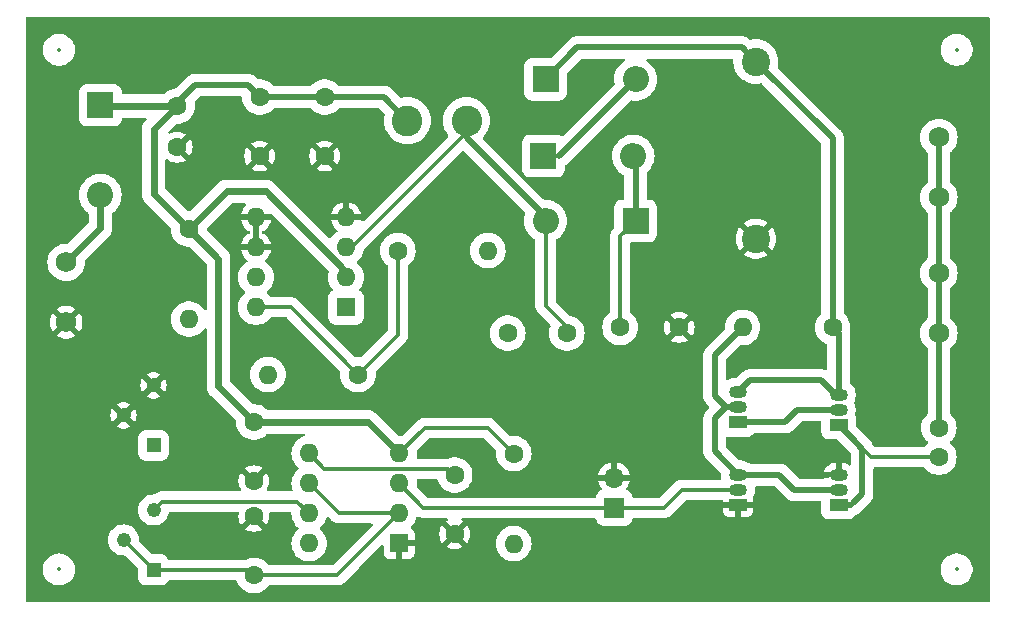
<source format=gbr>
%TF.GenerationSoftware,KiCad,Pcbnew,8.0.2*%
%TF.CreationDate,2024-05-31T22:34:32-04:00*%
%TF.ProjectId,EL Driver,454c2044-7269-4766-9572-2e6b69636164,rev?*%
%TF.SameCoordinates,Original*%
%TF.FileFunction,Copper,L1,Top*%
%TF.FilePolarity,Positive*%
%FSLAX46Y46*%
G04 Gerber Fmt 4.6, Leading zero omitted, Abs format (unit mm)*
G04 Created by KiCad (PCBNEW 8.0.2) date 2024-05-31 22:34:32*
%MOMM*%
%LPD*%
G01*
G04 APERTURE LIST*
%TA.AperFunction,ComponentPad*%
%ADD10R,1.600000X1.600000*%
%TD*%
%TA.AperFunction,ComponentPad*%
%ADD11O,1.600000X1.600000*%
%TD*%
%TA.AperFunction,ComponentPad*%
%ADD12C,1.222000*%
%TD*%
%TA.AperFunction,ComponentPad*%
%ADD13R,1.222000X1.222000*%
%TD*%
%TA.AperFunction,ComponentPad*%
%ADD14C,1.600000*%
%TD*%
%TA.AperFunction,ComponentPad*%
%ADD15R,1.500000X1.050000*%
%TD*%
%TA.AperFunction,ComponentPad*%
%ADD16O,1.500000X1.050000*%
%TD*%
%TA.AperFunction,ComponentPad*%
%ADD17C,2.600000*%
%TD*%
%TA.AperFunction,ComponentPad*%
%ADD18C,1.752600*%
%TD*%
%TA.AperFunction,ComponentPad*%
%ADD19O,1.700000X1.700000*%
%TD*%
%TA.AperFunction,ComponentPad*%
%ADD20R,1.700000X1.700000*%
%TD*%
%TA.AperFunction,ComponentPad*%
%ADD21O,2.200000X2.200000*%
%TD*%
%TA.AperFunction,ComponentPad*%
%ADD22R,2.200000X2.200000*%
%TD*%
%TA.AperFunction,ComponentPad*%
%ADD23C,2.400000*%
%TD*%
%TA.AperFunction,Conductor*%
%ADD24C,0.600000*%
%TD*%
%TA.AperFunction,Conductor*%
%ADD25C,0.300000*%
%TD*%
%TA.AperFunction,Conductor*%
%ADD26C,0.500000*%
%TD*%
%ADD27C,0.350000*%
G04 APERTURE END LIST*
D10*
%TO.P,U2,1,GND*%
%TO.N,GND*%
X89800000Y-93800000D03*
D11*
%TO.P,U2,2,TR*%
%TO.N,Net-(U2-THR)*%
X89800000Y-91260000D03*
%TO.P,U2,3,Q*%
%TO.N,/CLK*%
X89800000Y-88720000D03*
%TO.P,U2,4,R*%
%TO.N,+12V*%
X89800000Y-86180000D03*
%TO.P,U2,5,CV*%
%TO.N,Net-(U2-CV)*%
X82180000Y-86180000D03*
%TO.P,U2,6,THR*%
%TO.N,Net-(U2-THR)*%
X82180000Y-88720000D03*
%TO.P,U2,7,DIS*%
%TO.N,Net-(U2-DIS)*%
X82180000Y-91260000D03*
%TO.P,U2,8,VCC*%
%TO.N,+12V*%
X82180000Y-93800000D03*
%TD*%
D10*
%TO.P,U1,1,Ilim*%
%TO.N,Net-(U1-Ilim)*%
X85300000Y-73800000D03*
D11*
%TO.P,U1,2,Vin*%
%TO.N,+12V*%
X85300000Y-71260000D03*
%TO.P,U1,3,SW1*%
%TO.N,Net-(D4-A)*%
X85300000Y-68720000D03*
%TO.P,U1,4,SW2*%
%TO.N,GND*%
X85300000Y-66180000D03*
%TO.P,U1,5,GND*%
X77680000Y-66180000D03*
%TO.P,U1,6,A0*%
X77680000Y-68720000D03*
%TO.P,U1,7,SET*%
%TO.N,unconnected-(U1-SET-Pad7)*%
X77680000Y-71260000D03*
%TO.P,U1,8,FB*%
%TO.N,Net-(U1-FB)*%
X77680000Y-73800000D03*
%TD*%
D12*
%TO.P,RV2,3,3*%
%TO.N,Net-(U2-DIS)*%
X69000000Y-90960000D03*
%TO.P,RV2,2,2*%
%TO.N,Net-(U2-THR)*%
X66460000Y-93500000D03*
D13*
%TO.P,RV2,1,1*%
X69000000Y-96040000D03*
%TD*%
%TO.P,RV1,1,1*%
%TO.N,Net-(R4-Pad2)*%
X69000000Y-85500000D03*
D12*
%TO.P,RV1,2,2*%
%TO.N,GND*%
X66460000Y-82960000D03*
%TO.P,RV1,3,3*%
X69000000Y-80420000D03*
%TD*%
D11*
%TO.P,R5,2*%
%TO.N,Net-(U2-DIS)*%
X99500000Y-93810000D03*
D14*
%TO.P,R5,1*%
%TO.N,+12V*%
X99500000Y-86190000D03*
%TD*%
D11*
%TO.P,R4,2*%
%TO.N,Net-(R4-Pad2)*%
X78690000Y-79500000D03*
D14*
%TO.P,R4,1*%
%TO.N,Net-(U1-FB)*%
X86310000Y-79500000D03*
%TD*%
D11*
%TO.P,R3,2*%
%TO.N,Net-(D1-K)*%
X97310000Y-69000000D03*
D14*
%TO.P,R3,1*%
%TO.N,Net-(U1-FB)*%
X89690000Y-69000000D03*
%TD*%
%TO.P,R2,1*%
%TO.N,+12V*%
X72000000Y-67190000D03*
D11*
%TO.P,R2,2*%
%TO.N,Net-(U1-Ilim)*%
X72000000Y-74810000D03*
%TD*%
D14*
%TO.P,R1,1*%
%TO.N,Net-(D1-K)*%
X126500000Y-75500000D03*
D11*
%TO.P,R1,2*%
%TO.N,Net-(Q1-B)*%
X118880000Y-75500000D03*
%TD*%
D15*
%TO.P,Q4,1,E*%
%TO.N,GND*%
X118500000Y-90540000D03*
D16*
%TO.P,Q4,2,B*%
%TO.N,/CLK*%
X118500000Y-89270000D03*
%TO.P,Q4,3,C*%
%TO.N,Net-(Q1-B)*%
X118500000Y-88000000D03*
%TD*%
D15*
%TO.P,Q3,1,E*%
%TO.N,Net-(Q2-E)*%
X127000000Y-90540000D03*
D16*
%TO.P,Q3,2,B*%
%TO.N,Net-(Q1-B)*%
X127000000Y-89270000D03*
%TO.P,Q3,3,C*%
%TO.N,GND*%
X127000000Y-88000000D03*
%TD*%
D15*
%TO.P,Q2,1,E*%
%TO.N,Net-(Q2-E)*%
X127000000Y-83770000D03*
D16*
%TO.P,Q2,2,B*%
%TO.N,Net-(Q1-E)*%
X127000000Y-82500000D03*
%TO.P,Q2,3,C*%
%TO.N,Net-(D1-K)*%
X127000000Y-81230000D03*
%TD*%
D15*
%TO.P,Q1,1,E*%
%TO.N,Net-(Q1-E)*%
X118500000Y-83540000D03*
D16*
%TO.P,Q1,2,B*%
%TO.N,Net-(Q1-B)*%
X118500000Y-82270000D03*
%TO.P,Q1,3,C*%
%TO.N,Net-(D1-K)*%
X118500000Y-81000000D03*
%TD*%
D17*
%TO.P,L1,2,2*%
%TO.N,Net-(D4-A)*%
X95500000Y-58000000D03*
%TO.P,L1,1,1*%
%TO.N,+12V*%
X90500000Y-58000000D03*
%TD*%
D18*
%TO.P,J4,1,1*%
%TO.N,Vdrive*%
X135500000Y-70920000D03*
%TO.P,J4,2,2*%
X135500000Y-76000000D03*
%TD*%
%TO.P,J3,1,1*%
%TO.N,Vdrive*%
X135500000Y-59420000D03*
%TO.P,J3,2,2*%
X135500000Y-64500000D03*
%TD*%
D19*
%TO.P,J2,2,Pin_2*%
%TO.N,GND*%
X108000000Y-88235000D03*
D20*
%TO.P,J2,1,Pin_1*%
%TO.N,/CLK*%
X108000000Y-90775000D03*
%TD*%
D18*
%TO.P,J1,2,2*%
%TO.N,GND*%
X61597301Y-75073400D03*
%TO.P,J1,1,1*%
%TO.N,+VDC*%
X61597301Y-69993400D03*
%TD*%
D21*
%TO.P,D4,2,A*%
%TO.N,Net-(D4-A)*%
X102190000Y-66500000D03*
D22*
%TO.P,D4,1,K*%
%TO.N,Net-(D2-A)*%
X109810000Y-66500000D03*
%TD*%
%TO.P,D3,1,K*%
%TO.N,+12V*%
X64500000Y-56690000D03*
D21*
%TO.P,D3,2,A*%
%TO.N,+VDC*%
X64500000Y-64310000D03*
%TD*%
D22*
%TO.P,D2,1,K*%
%TO.N,Net-(D1-A)*%
X102000000Y-61000000D03*
D21*
%TO.P,D2,2,A*%
%TO.N,Net-(D2-A)*%
X109620000Y-61000000D03*
%TD*%
%TO.P,D1,2,A*%
%TO.N,Net-(D1-A)*%
X109810000Y-54500000D03*
D22*
%TO.P,D1,1,K*%
%TO.N,Net-(D1-K)*%
X102190000Y-54500000D03*
%TD*%
D14*
%TO.P,C10,2*%
%TO.N,GND*%
X77500000Y-91500000D03*
%TO.P,C10,1*%
%TO.N,Net-(U2-THR)*%
X77500000Y-96500000D03*
%TD*%
%TO.P,C9,2*%
%TO.N,GND*%
X94500000Y-93000000D03*
%TO.P,C9,1*%
%TO.N,Net-(U2-CV)*%
X94500000Y-88000000D03*
%TD*%
%TO.P,C8,2*%
%TO.N,GND*%
X77500000Y-88500000D03*
%TO.P,C8,1*%
%TO.N,+12V*%
X77500000Y-83500000D03*
%TD*%
D23*
%TO.P,C7,2*%
%TO.N,GND*%
X120000000Y-68000000D03*
%TO.P,C7,1*%
%TO.N,Net-(D1-K)*%
X120000000Y-53000000D03*
%TD*%
D14*
%TO.P,C6,1*%
%TO.N,Net-(Q2-E)*%
X135500000Y-86500000D03*
%TO.P,C6,2*%
%TO.N,Vdrive*%
X135500000Y-84000000D03*
%TD*%
%TO.P,C5,2*%
%TO.N,GND*%
X113500000Y-75500000D03*
%TO.P,C5,1*%
%TO.N,Net-(D2-A)*%
X108500000Y-75500000D03*
%TD*%
%TO.P,C4,1*%
%TO.N,+12V*%
X83500000Y-56000000D03*
%TO.P,C4,2*%
%TO.N,GND*%
X83500000Y-61000000D03*
%TD*%
%TO.P,C3,1*%
%TO.N,+12V*%
X78000000Y-56000000D03*
%TO.P,C3,2*%
%TO.N,GND*%
X78000000Y-61000000D03*
%TD*%
%TO.P,C2,1*%
%TO.N,+12V*%
X71000000Y-56750000D03*
%TO.P,C2,2*%
%TO.N,GND*%
X71000000Y-60250000D03*
%TD*%
%TO.P,C1,2*%
%TO.N,Net-(D1-A)*%
X99000000Y-76000000D03*
%TO.P,C1,1*%
%TO.N,Net-(D4-A)*%
X104000000Y-76000000D03*
%TD*%
D24*
%TO.N,+VDC*%
X64500000Y-67090701D02*
X61597301Y-69993400D01*
X64500000Y-64310000D02*
X64500000Y-67090701D01*
D25*
%TO.N,+12V*%
X64560000Y-56750000D02*
X64500000Y-56690000D01*
D24*
X71000000Y-56750000D02*
X64560000Y-56750000D01*
D26*
%TO.N,Vdrive*%
X135500000Y-64500000D02*
X135500000Y-70920000D01*
X135500000Y-59420000D02*
X135500000Y-64500000D01*
X135500000Y-76000000D02*
X135500000Y-70920000D01*
X135500000Y-84000000D02*
X135500000Y-76000000D01*
D25*
%TO.N,Net-(Q2-E)*%
X129730000Y-86500000D02*
X128115000Y-84885000D01*
X135500000Y-86500000D02*
X129730000Y-86500000D01*
D26*
X128115000Y-84885000D02*
X127000000Y-83770000D01*
X129000000Y-85770000D02*
X128115000Y-84885000D01*
X129000000Y-89590000D02*
X129000000Y-85770000D01*
X128200000Y-90390000D02*
X129000000Y-89590000D01*
%TO.N,Net-(D1-K)*%
X119500000Y-80000000D02*
X118500000Y-81000000D01*
X125500000Y-80000000D02*
X119500000Y-80000000D01*
X126500000Y-81000000D02*
X125500000Y-80000000D01*
D25*
%TO.N,Net-(Q2-E)*%
X128050000Y-90540000D02*
X128200000Y-90390000D01*
D26*
X127000000Y-90540000D02*
X128050000Y-90540000D01*
D25*
%TO.N,Net-(D4-A)*%
X102190000Y-73690000D02*
X102190000Y-66500000D01*
X104000000Y-75500000D02*
X102190000Y-73690000D01*
X104000000Y-76000000D02*
X104000000Y-75500000D01*
%TO.N,Net-(U2-CV)*%
X83470000Y-87470000D02*
X82180000Y-86180000D01*
X93970000Y-87470000D02*
X83470000Y-87470000D01*
X94500000Y-88000000D02*
X93970000Y-87470000D01*
%TO.N,+12V*%
X91980000Y-84000000D02*
X89800000Y-86180000D01*
X97310000Y-84000000D02*
X91980000Y-84000000D01*
X99500000Y-86190000D02*
X97310000Y-84000000D01*
%TO.N,Net-(U2-THR)*%
X84720000Y-91260000D02*
X82180000Y-88720000D01*
X89800000Y-91260000D02*
X84720000Y-91260000D01*
X84560000Y-96500000D02*
X89800000Y-91260000D01*
X77500000Y-96500000D02*
X84560000Y-96500000D01*
X77040000Y-96040000D02*
X77500000Y-96500000D01*
X69000000Y-96040000D02*
X77040000Y-96040000D01*
X66460000Y-93500000D02*
X69000000Y-96040000D01*
%TO.N,Net-(U2-DIS)*%
X81170000Y-90250000D02*
X82180000Y-91260000D01*
X69710000Y-90250000D02*
X81170000Y-90250000D01*
X69000000Y-90960000D02*
X69710000Y-90250000D01*
%TO.N,Net-(U1-FB)*%
X89690000Y-76120000D02*
X89690000Y-69000000D01*
X86310000Y-79500000D02*
X89690000Y-76120000D01*
X80610000Y-73800000D02*
X86310000Y-79500000D01*
X77680000Y-73800000D02*
X80610000Y-73800000D01*
D24*
%TO.N,+12V*%
X75190000Y-64000000D02*
X72000000Y-67190000D01*
X78500000Y-64000000D02*
X75190000Y-64000000D01*
X85300000Y-70800000D02*
X78500000Y-64000000D01*
D25*
X85300000Y-71260000D02*
X85300000Y-70800000D01*
%TO.N,Net-(D4-A)*%
X95500000Y-59000000D02*
X85780000Y-68720000D01*
X85780000Y-68720000D02*
X85300000Y-68720000D01*
X95500000Y-58000000D02*
X95500000Y-59000000D01*
D24*
%TO.N,+12V*%
X87120000Y-83500000D02*
X89800000Y-86180000D01*
X77500000Y-83500000D02*
X87120000Y-83500000D01*
X74500000Y-69690000D02*
X74500000Y-80500000D01*
X74500000Y-80500000D02*
X77500000Y-83500000D01*
X72000000Y-67190000D02*
X74500000Y-69690000D01*
X69000000Y-64190000D02*
X72000000Y-67190000D01*
X69000000Y-58750000D02*
X69000000Y-64190000D01*
X71000000Y-56750000D02*
X69000000Y-58750000D01*
D25*
%TO.N,Net-(D2-A)*%
X108500000Y-67810000D02*
X109810000Y-66500000D01*
X108500000Y-75500000D02*
X108500000Y-67810000D01*
%TO.N,Net-(D1-A)*%
X103310000Y-61000000D02*
X102000000Y-61000000D01*
D26*
X109810000Y-54500000D02*
X103310000Y-61000000D01*
%TO.N,Net-(D1-K)*%
X104890000Y-51800000D02*
X102190000Y-54500000D01*
X118800000Y-51800000D02*
X104890000Y-51800000D01*
X120000000Y-53000000D02*
X118800000Y-51800000D01*
%TO.N,Net-(D4-A)*%
X95500000Y-59500000D02*
X102190000Y-66190000D01*
D25*
X95500000Y-58000000D02*
X95500000Y-59500000D01*
X102190000Y-66190000D02*
X102190000Y-66500000D01*
%TO.N,Net-(D2-A)*%
X109810000Y-61190000D02*
X109620000Y-61000000D01*
D26*
X109810000Y-66500000D02*
X109810000Y-61190000D01*
D25*
%TO.N,/CLK*%
X112225000Y-90775000D02*
X108000000Y-90775000D01*
X113730000Y-89270000D02*
X112225000Y-90775000D01*
X118500000Y-89270000D02*
X113730000Y-89270000D01*
D26*
%TO.N,Net-(Q1-B)*%
X116500000Y-83220000D02*
X117450000Y-82270000D01*
X116500000Y-86000000D02*
X116500000Y-83220000D01*
X118500000Y-88000000D02*
X116500000Y-86000000D01*
X116500000Y-77880000D02*
X118880000Y-75500000D01*
X117450000Y-82270000D02*
X116500000Y-81320000D01*
X116500000Y-81320000D02*
X116500000Y-77880000D01*
X118500000Y-82270000D02*
X117450000Y-82270000D01*
X123270000Y-89270000D02*
X127000000Y-89270000D01*
X122000000Y-88000000D02*
X123270000Y-89270000D01*
X118500000Y-88000000D02*
X122000000Y-88000000D01*
%TO.N,Net-(Q1-E)*%
X122460000Y-83540000D02*
X123500000Y-82500000D01*
X123500000Y-82500000D02*
X127000000Y-82500000D01*
X118500000Y-83540000D02*
X122460000Y-83540000D01*
D25*
%TO.N,Net-(D1-K)*%
X126730000Y-81230000D02*
X126500000Y-81000000D01*
X127000000Y-81230000D02*
X126730000Y-81230000D01*
X127000000Y-76000000D02*
X126500000Y-75500000D01*
D26*
X127000000Y-81230000D02*
X127000000Y-76000000D01*
X126500000Y-59500000D02*
X126500000Y-75500000D01*
X120000000Y-53000000D02*
X126500000Y-59500000D01*
%TO.N,+12V*%
X77000000Y-55000000D02*
X78000000Y-56000000D01*
X72500000Y-55000000D02*
X77000000Y-55000000D01*
X71000000Y-56500000D02*
X72500000Y-55000000D01*
D25*
X71000000Y-56750000D02*
X71000000Y-56500000D01*
D26*
X88500000Y-56000000D02*
X90500000Y-58000000D01*
X83500000Y-56000000D02*
X88500000Y-56000000D01*
X78000000Y-56000000D02*
X83500000Y-56000000D01*
D25*
%TO.N,/CLK*%
X91855000Y-90775000D02*
X108000000Y-90775000D01*
X89800000Y-88720000D02*
X91855000Y-90775000D01*
%TD*%
%TA.AperFunction,Conductor*%
%TO.N,GND*%
G36*
X125492539Y-83470185D02*
G01*
X125538294Y-83522989D01*
X125549500Y-83574500D01*
X125549500Y-84351613D01*
X125555913Y-84422192D01*
X125555913Y-84422194D01*
X125555914Y-84422196D01*
X125577198Y-84490500D01*
X125606522Y-84584606D01*
X125694530Y-84730188D01*
X125814811Y-84850469D01*
X125814813Y-84850470D01*
X125814815Y-84850472D01*
X125960394Y-84938478D01*
X126122804Y-84989086D01*
X126193384Y-84995500D01*
X126829928Y-84995500D01*
X126896967Y-85015185D01*
X126917609Y-85031819D01*
X128013181Y-86127391D01*
X128046666Y-86188714D01*
X128049500Y-86215072D01*
X128049500Y-87086167D01*
X128029815Y-87153206D01*
X127977011Y-87198961D01*
X127907853Y-87208905D01*
X127856609Y-87189269D01*
X127710526Y-87091659D01*
X127710513Y-87091652D01*
X127523983Y-87014390D01*
X127523974Y-87014387D01*
X127325958Y-86975000D01*
X127250000Y-86975000D01*
X127250000Y-87719670D01*
X127230255Y-87699925D01*
X127144745Y-87650556D01*
X127049370Y-87625000D01*
X126950630Y-87625000D01*
X126855255Y-87650556D01*
X126769745Y-87699925D01*
X126750000Y-87719670D01*
X126750000Y-86975000D01*
X126674041Y-86975000D01*
X126476025Y-87014387D01*
X126476016Y-87014390D01*
X126289486Y-87091652D01*
X126289473Y-87091659D01*
X126121600Y-87203829D01*
X126121596Y-87203832D01*
X125978832Y-87346596D01*
X125978829Y-87346600D01*
X125866659Y-87514473D01*
X125866652Y-87514486D01*
X125789390Y-87701016D01*
X125789387Y-87701025D01*
X125779647Y-87750000D01*
X126719670Y-87750000D01*
X126699925Y-87769745D01*
X126650556Y-87855255D01*
X126625000Y-87950630D01*
X126625000Y-88049370D01*
X126625928Y-88052834D01*
X126488030Y-88074675D01*
X126304568Y-88134286D01*
X126132696Y-88221859D01*
X126126562Y-88226317D01*
X126060755Y-88249798D01*
X126053675Y-88250000D01*
X125779647Y-88250000D01*
X125759815Y-88274165D01*
X125702070Y-88313499D01*
X125663962Y-88319500D01*
X123715072Y-88319500D01*
X123648033Y-88299815D01*
X123627391Y-88283181D01*
X122605911Y-87261700D01*
X122605907Y-87261697D01*
X122450236Y-87157680D01*
X122450223Y-87157673D01*
X122346680Y-87114785D01*
X122277255Y-87086028D01*
X122277243Y-87086025D01*
X122140210Y-87058768D01*
X122109148Y-87052589D01*
X122093618Y-87049500D01*
X122093617Y-87049500D01*
X122093616Y-87049500D01*
X119541983Y-87049500D01*
X119474944Y-87029815D01*
X119469107Y-87025824D01*
X119367302Y-86951859D01*
X119195429Y-86864285D01*
X119011972Y-86804676D01*
X119011970Y-86804675D01*
X119011969Y-86804675D01*
X118865614Y-86781495D01*
X118821449Y-86774500D01*
X118821448Y-86774500D01*
X118670072Y-86774500D01*
X118603033Y-86754815D01*
X118582391Y-86738181D01*
X117486819Y-85642609D01*
X117453334Y-85581286D01*
X117450500Y-85554928D01*
X117450500Y-84873914D01*
X117470185Y-84806875D01*
X117522989Y-84761120D01*
X117592147Y-84751176D01*
X117611380Y-84755526D01*
X117622804Y-84759086D01*
X117693384Y-84765500D01*
X117693387Y-84765500D01*
X119306613Y-84765500D01*
X119306616Y-84765500D01*
X119377196Y-84759086D01*
X119539606Y-84708478D01*
X119685185Y-84620472D01*
X119721051Y-84584606D01*
X119778839Y-84526819D01*
X119840162Y-84493334D01*
X119866520Y-84490500D01*
X122553619Y-84490500D01*
X122620175Y-84477260D01*
X122653455Y-84470641D01*
X122737251Y-84453973D01*
X122813967Y-84422196D01*
X122910230Y-84382323D01*
X123065908Y-84278302D01*
X123857391Y-83486819D01*
X123918714Y-83453334D01*
X123945072Y-83450500D01*
X125425500Y-83450500D01*
X125492539Y-83470185D01*
G37*
%TD.AperFunction*%
%TA.AperFunction,Conductor*%
G36*
X77930000Y-68404314D02*
G01*
X77925606Y-68399920D01*
X77834394Y-68347259D01*
X77732661Y-68320000D01*
X77627339Y-68320000D01*
X77525606Y-68347259D01*
X77434394Y-68399920D01*
X77430000Y-68404314D01*
X77430000Y-66495686D01*
X77434394Y-66500080D01*
X77525606Y-66552741D01*
X77627339Y-66580000D01*
X77732661Y-66580000D01*
X77834394Y-66552741D01*
X77925606Y-66500080D01*
X77930000Y-66495686D01*
X77930000Y-68404314D01*
G37*
%TD.AperFunction*%
%TA.AperFunction,Conductor*%
G36*
X139742539Y-49220185D02*
G01*
X139788294Y-49272989D01*
X139799500Y-49324500D01*
X139799500Y-98675500D01*
X139779815Y-98742539D01*
X139727011Y-98788294D01*
X139675500Y-98799500D01*
X58324500Y-98799500D01*
X58257461Y-98779815D01*
X58211706Y-98727011D01*
X58200500Y-98675500D01*
X58200500Y-95893399D01*
X59645500Y-95893399D01*
X59645500Y-96106600D01*
X59678853Y-96317180D01*
X59678853Y-96317183D01*
X59744734Y-96519944D01*
X59744736Y-96519947D01*
X59841528Y-96709913D01*
X59966846Y-96882397D01*
X60117603Y-97033154D01*
X60290087Y-97158472D01*
X60480053Y-97255264D01*
X60480055Y-97255265D01*
X60614764Y-97299034D01*
X60682821Y-97321147D01*
X60893399Y-97354500D01*
X60893400Y-97354500D01*
X61106600Y-97354500D01*
X61106601Y-97354500D01*
X61317179Y-97321147D01*
X61317182Y-97321146D01*
X61317183Y-97321146D01*
X61519944Y-97255265D01*
X61519944Y-97255264D01*
X61519947Y-97255264D01*
X61709913Y-97158472D01*
X61882397Y-97033154D01*
X62033154Y-96882397D01*
X62158472Y-96709913D01*
X62255264Y-96519947D01*
X62321147Y-96317179D01*
X62354500Y-96106601D01*
X62354500Y-95893399D01*
X62321147Y-95682821D01*
X62321146Y-95682817D01*
X62321146Y-95682816D01*
X62255265Y-95480055D01*
X62255263Y-95480052D01*
X62210532Y-95392261D01*
X62158472Y-95290087D01*
X62033154Y-95117603D01*
X61882397Y-94966846D01*
X61709913Y-94841528D01*
X61519947Y-94744736D01*
X61519944Y-94744734D01*
X61317181Y-94678853D01*
X61176793Y-94656617D01*
X61106601Y-94645500D01*
X60893399Y-94645500D01*
X60823206Y-94656617D01*
X60682819Y-94678853D01*
X60682816Y-94678853D01*
X60480055Y-94744734D01*
X60480052Y-94744736D01*
X60290086Y-94841528D01*
X60117601Y-94966847D01*
X59966847Y-95117601D01*
X59841528Y-95290086D01*
X59744736Y-95480052D01*
X59744734Y-95480055D01*
X59678853Y-95682816D01*
X59678853Y-95682819D01*
X59645500Y-95893399D01*
X58200500Y-95893399D01*
X58200500Y-84832384D01*
X67688500Y-84832384D01*
X67688500Y-86167616D01*
X67689626Y-86180002D01*
X67694913Y-86238192D01*
X67694913Y-86238194D01*
X67694914Y-86238196D01*
X67745522Y-86400606D01*
X67830048Y-86540429D01*
X67833530Y-86546188D01*
X67953811Y-86666469D01*
X67953813Y-86666470D01*
X67953815Y-86666472D01*
X68099394Y-86754478D01*
X68261804Y-86805086D01*
X68332384Y-86811500D01*
X68332387Y-86811500D01*
X69667613Y-86811500D01*
X69667616Y-86811500D01*
X69738196Y-86805086D01*
X69900606Y-86754478D01*
X70046185Y-86666472D01*
X70166472Y-86546185D01*
X70254478Y-86400606D01*
X70305086Y-86238196D01*
X70311500Y-86167616D01*
X70311500Y-84832384D01*
X70305086Y-84761804D01*
X70254478Y-84599394D01*
X70166472Y-84453815D01*
X70166470Y-84453813D01*
X70166469Y-84453811D01*
X70046188Y-84333530D01*
X69954825Y-84278299D01*
X69900606Y-84245522D01*
X69738196Y-84194914D01*
X69738194Y-84194913D01*
X69738192Y-84194913D01*
X69688778Y-84190423D01*
X69667616Y-84188500D01*
X68332384Y-84188500D01*
X68313145Y-84190248D01*
X68261807Y-84194913D01*
X68099393Y-84245522D01*
X67953811Y-84333530D01*
X67833530Y-84453811D01*
X67745522Y-84599393D01*
X67694913Y-84761807D01*
X67691336Y-84801172D01*
X67688500Y-84832384D01*
X58200500Y-84832384D01*
X58200500Y-82959999D01*
X65344240Y-82959999D01*
X65344240Y-82960000D01*
X65363237Y-83165019D01*
X65363238Y-83165021D01*
X65419583Y-83363054D01*
X65419589Y-83363069D01*
X65511362Y-83547372D01*
X65514679Y-83551765D01*
X65514680Y-83551766D01*
X66103000Y-82963446D01*
X66103000Y-83007000D01*
X66127329Y-83097797D01*
X66174329Y-83179203D01*
X66240797Y-83245671D01*
X66322203Y-83292671D01*
X66413000Y-83317000D01*
X66456553Y-83317000D01*
X65871320Y-83902230D01*
X65871321Y-83902231D01*
X65962659Y-83958784D01*
X65962665Y-83958788D01*
X66154659Y-84033166D01*
X66357054Y-84071000D01*
X66562946Y-84071000D01*
X66765339Y-84033166D01*
X66765349Y-84033163D01*
X66957336Y-83958787D01*
X66957338Y-83958786D01*
X67048678Y-83902230D01*
X66463448Y-83317000D01*
X66507000Y-83317000D01*
X66597797Y-83292671D01*
X66679203Y-83245671D01*
X66745671Y-83179203D01*
X66792671Y-83097797D01*
X66817000Y-83007000D01*
X66817000Y-82963447D01*
X67405318Y-83551765D01*
X67405319Y-83551765D01*
X67408637Y-83547372D01*
X67500410Y-83363069D01*
X67500416Y-83363054D01*
X67556761Y-83165021D01*
X67556762Y-83165019D01*
X67575760Y-82960000D01*
X67575760Y-82959999D01*
X67556762Y-82754980D01*
X67556761Y-82754978D01*
X67500416Y-82556945D01*
X67500410Y-82556930D01*
X67408641Y-82372633D01*
X67408636Y-82372625D01*
X67405319Y-82368233D01*
X66817000Y-82956552D01*
X66817000Y-82913000D01*
X66792671Y-82822203D01*
X66745671Y-82740797D01*
X66679203Y-82674329D01*
X66597797Y-82627329D01*
X66507000Y-82603000D01*
X66463448Y-82603000D01*
X67048678Y-82017768D01*
X66957333Y-81961211D01*
X66765340Y-81886833D01*
X66562946Y-81849000D01*
X66357054Y-81849000D01*
X66154660Y-81886833D01*
X66154659Y-81886833D01*
X65962666Y-81961211D01*
X65871321Y-82017768D01*
X66456553Y-82603000D01*
X66413000Y-82603000D01*
X66322203Y-82627329D01*
X66240797Y-82674329D01*
X66174329Y-82740797D01*
X66127329Y-82822203D01*
X66103000Y-82913000D01*
X66103000Y-82956553D01*
X65514680Y-82368233D01*
X65511360Y-82372630D01*
X65511358Y-82372634D01*
X65419589Y-82556930D01*
X65419583Y-82556945D01*
X65363238Y-82754978D01*
X65363237Y-82754980D01*
X65344240Y-82959999D01*
X58200500Y-82959999D01*
X58200500Y-80419999D01*
X67884240Y-80419999D01*
X67884240Y-80420000D01*
X67903237Y-80625019D01*
X67903238Y-80625021D01*
X67959583Y-80823054D01*
X67959589Y-80823069D01*
X68051362Y-81007372D01*
X68054679Y-81011765D01*
X68054680Y-81011766D01*
X68643000Y-80423446D01*
X68643000Y-80467000D01*
X68667329Y-80557797D01*
X68714329Y-80639203D01*
X68780797Y-80705671D01*
X68862203Y-80752671D01*
X68953000Y-80777000D01*
X68996553Y-80777000D01*
X68411320Y-81362230D01*
X68411321Y-81362231D01*
X68502659Y-81418784D01*
X68502665Y-81418788D01*
X68694659Y-81493166D01*
X68897054Y-81531000D01*
X69102946Y-81531000D01*
X69305339Y-81493166D01*
X69305349Y-81493163D01*
X69497336Y-81418787D01*
X69497338Y-81418786D01*
X69588678Y-81362230D01*
X69003448Y-80777000D01*
X69047000Y-80777000D01*
X69137797Y-80752671D01*
X69219203Y-80705671D01*
X69285671Y-80639203D01*
X69332671Y-80557797D01*
X69357000Y-80467000D01*
X69357000Y-80423448D01*
X69945318Y-81011766D01*
X69945319Y-81011765D01*
X69948637Y-81007372D01*
X70040410Y-80823069D01*
X70040416Y-80823054D01*
X70096761Y-80625021D01*
X70096762Y-80625019D01*
X70115760Y-80420000D01*
X70115760Y-80419999D01*
X70096762Y-80214980D01*
X70096761Y-80214978D01*
X70040416Y-80016945D01*
X70040410Y-80016930D01*
X69948641Y-79832633D01*
X69948636Y-79832625D01*
X69945319Y-79828233D01*
X69357000Y-80416552D01*
X69357000Y-80373000D01*
X69332671Y-80282203D01*
X69285671Y-80200797D01*
X69219203Y-80134329D01*
X69137797Y-80087329D01*
X69047000Y-80063000D01*
X69003448Y-80063000D01*
X69588678Y-79477768D01*
X69497333Y-79421211D01*
X69305340Y-79346833D01*
X69102946Y-79309000D01*
X68897054Y-79309000D01*
X68694660Y-79346833D01*
X68694659Y-79346833D01*
X68502666Y-79421211D01*
X68411321Y-79477768D01*
X68996553Y-80063000D01*
X68953000Y-80063000D01*
X68862203Y-80087329D01*
X68780797Y-80134329D01*
X68714329Y-80200797D01*
X68667329Y-80282203D01*
X68643000Y-80373000D01*
X68643000Y-80416553D01*
X68054680Y-79828233D01*
X68051360Y-79832630D01*
X68051358Y-79832634D01*
X67959589Y-80016930D01*
X67959583Y-80016945D01*
X67903238Y-80214978D01*
X67903237Y-80214980D01*
X67884240Y-80419999D01*
X58200500Y-80419999D01*
X58200500Y-75073394D01*
X60216284Y-75073394D01*
X60216284Y-75073405D01*
X60235118Y-75300704D01*
X60291110Y-75521815D01*
X60382732Y-75730690D01*
X60463235Y-75853910D01*
X61017459Y-75299687D01*
X61045826Y-75368170D01*
X61113929Y-75470093D01*
X61200608Y-75556772D01*
X61302531Y-75624875D01*
X61371012Y-75653240D01*
X60815389Y-76208862D01*
X60815390Y-76208863D01*
X60841952Y-76229537D01*
X60841953Y-76229539D01*
X61042551Y-76338098D01*
X61042556Y-76338100D01*
X61258277Y-76412157D01*
X61483259Y-76449700D01*
X61711343Y-76449700D01*
X61936324Y-76412157D01*
X62152045Y-76338100D01*
X62152050Y-76338098D01*
X62352647Y-76229539D01*
X62352650Y-76229537D01*
X62379211Y-76208863D01*
X61823588Y-75653240D01*
X61892071Y-75624875D01*
X61993994Y-75556772D01*
X62080673Y-75470093D01*
X62148776Y-75368170D01*
X62177141Y-75299688D01*
X62731364Y-75853911D01*
X62811870Y-75730687D01*
X62903491Y-75521815D01*
X62959483Y-75300704D01*
X62978318Y-75073405D01*
X62978318Y-75073394D01*
X62959483Y-74846095D01*
X62903491Y-74624984D01*
X62811869Y-74416109D01*
X62731364Y-74292887D01*
X62177141Y-74847110D01*
X62148776Y-74778630D01*
X62080673Y-74676707D01*
X61993994Y-74590028D01*
X61892071Y-74521925D01*
X61823589Y-74493559D01*
X62379211Y-73937937D01*
X62379210Y-73937935D01*
X62352650Y-73917262D01*
X62352649Y-73917261D01*
X62152050Y-73808701D01*
X62152045Y-73808699D01*
X61936324Y-73734642D01*
X61711343Y-73697100D01*
X61483259Y-73697100D01*
X61258277Y-73734642D01*
X61042556Y-73808699D01*
X61042551Y-73808701D01*
X60841953Y-73917260D01*
X60841947Y-73917264D01*
X60815390Y-73937934D01*
X60815390Y-73937936D01*
X61371013Y-74493559D01*
X61302531Y-74521925D01*
X61200608Y-74590028D01*
X61113929Y-74676707D01*
X61045826Y-74778630D01*
X61017460Y-74847112D01*
X60463236Y-74292888D01*
X60382732Y-74416110D01*
X60382730Y-74416114D01*
X60291110Y-74624984D01*
X60235118Y-74846095D01*
X60216284Y-75073394D01*
X58200500Y-75073394D01*
X58200500Y-69993400D01*
X60015625Y-69993400D01*
X60035098Y-70240832D01*
X60093037Y-70482165D01*
X60093037Y-70482166D01*
X60188014Y-70711462D01*
X60188016Y-70711465D01*
X60317694Y-70923080D01*
X60317695Y-70923083D01*
X60317698Y-70923086D01*
X60478887Y-71111814D01*
X60624981Y-71236590D01*
X60667617Y-71273005D01*
X60667620Y-71273006D01*
X60879235Y-71402684D01*
X60879238Y-71402686D01*
X61108535Y-71497663D01*
X61150859Y-71507824D01*
X61349872Y-71555603D01*
X61597301Y-71575076D01*
X61844730Y-71555603D01*
X62086066Y-71497663D01*
X62086067Y-71497663D01*
X62315363Y-71402686D01*
X62315364Y-71402685D01*
X62315367Y-71402684D01*
X62526987Y-71273003D01*
X62715715Y-71111814D01*
X62876904Y-70923086D01*
X63006585Y-70711466D01*
X63022696Y-70672571D01*
X63101564Y-70482166D01*
X63101564Y-70482165D01*
X63113791Y-70431235D01*
X63159504Y-70240829D01*
X63178977Y-69993400D01*
X63171295Y-69895796D01*
X63185659Y-69827420D01*
X63207228Y-69798391D01*
X65277139Y-67728483D01*
X65310282Y-67678881D01*
X65386632Y-67564615D01*
X65430162Y-67459523D01*
X65439961Y-67435867D01*
X65439961Y-67435866D01*
X65462051Y-67382537D01*
X65500500Y-67189241D01*
X65500500Y-66992161D01*
X65500500Y-65872558D01*
X65520185Y-65805520D01*
X65554648Y-65770106D01*
X65608071Y-65733682D01*
X65625741Y-65721635D01*
X65823561Y-65538085D01*
X65991815Y-65327102D01*
X66126743Y-65093398D01*
X66225334Y-64842195D01*
X66285383Y-64579103D01*
X66305549Y-64310000D01*
X66301245Y-64252571D01*
X66285383Y-64040898D01*
X66278613Y-64011235D01*
X66225334Y-63777805D01*
X66126743Y-63526602D01*
X65991815Y-63292898D01*
X65823561Y-63081915D01*
X65823560Y-63081914D01*
X65823557Y-63081910D01*
X65625741Y-62898365D01*
X65402775Y-62746349D01*
X65402769Y-62746346D01*
X65402768Y-62746345D01*
X65402767Y-62746344D01*
X65159643Y-62629263D01*
X65159645Y-62629263D01*
X64901773Y-62549720D01*
X64901767Y-62549718D01*
X64634936Y-62509500D01*
X64634929Y-62509500D01*
X64365071Y-62509500D01*
X64365063Y-62509500D01*
X64098232Y-62549718D01*
X64098226Y-62549720D01*
X63840358Y-62629262D01*
X63597230Y-62746346D01*
X63374258Y-62898365D01*
X63176442Y-63081910D01*
X63008185Y-63292898D01*
X62873258Y-63526599D01*
X62873256Y-63526603D01*
X62774666Y-63777804D01*
X62774664Y-63777811D01*
X62714616Y-64040898D01*
X62694451Y-64309995D01*
X62694451Y-64310004D01*
X62714616Y-64579101D01*
X62774664Y-64842188D01*
X62774666Y-64842195D01*
X62873256Y-65093396D01*
X62873258Y-65093400D01*
X62901402Y-65142147D01*
X63008185Y-65327102D01*
X63132429Y-65482898D01*
X63176442Y-65538089D01*
X63263013Y-65618414D01*
X63374259Y-65721635D01*
X63374262Y-65721637D01*
X63445351Y-65770104D01*
X63489653Y-65824133D01*
X63499500Y-65872558D01*
X63499500Y-66624918D01*
X63479815Y-66691957D01*
X63463181Y-66712599D01*
X61792311Y-68383468D01*
X61730988Y-68416953D01*
X61694902Y-68419405D01*
X61597301Y-68411724D01*
X61349868Y-68431197D01*
X61108535Y-68489136D01*
X61108534Y-68489136D01*
X60879238Y-68584113D01*
X60879235Y-68584115D01*
X60667620Y-68713793D01*
X60667617Y-68713794D01*
X60478887Y-68874986D01*
X60317695Y-69063716D01*
X60317694Y-69063719D01*
X60188016Y-69275334D01*
X60188014Y-69275337D01*
X60093037Y-69504633D01*
X60093037Y-69504634D01*
X60035098Y-69745967D01*
X60015625Y-69993400D01*
X58200500Y-69993400D01*
X58200500Y-55533386D01*
X62699500Y-55533386D01*
X62699500Y-57846613D01*
X62705913Y-57917192D01*
X62705913Y-57917194D01*
X62705914Y-57917196D01*
X62756522Y-58079606D01*
X62835088Y-58209570D01*
X62844530Y-58225188D01*
X62964811Y-58345469D01*
X62964813Y-58345470D01*
X62964815Y-58345472D01*
X63110394Y-58433478D01*
X63272804Y-58484086D01*
X63343384Y-58490500D01*
X63343387Y-58490500D01*
X65656613Y-58490500D01*
X65656616Y-58490500D01*
X65727196Y-58484086D01*
X65889606Y-58433478D01*
X66035185Y-58345472D01*
X66155472Y-58225185D01*
X66243478Y-58079606D01*
X66294086Y-57917196D01*
X66298986Y-57863277D01*
X66324657Y-57798294D01*
X66381386Y-57757506D01*
X66422477Y-57750500D01*
X68285217Y-57750500D01*
X68352256Y-57770185D01*
X68398011Y-57822989D01*
X68407955Y-57892147D01*
X68378930Y-57955703D01*
X68372897Y-57962181D01*
X68362221Y-57972858D01*
X68362218Y-57972861D01*
X68324605Y-58010474D01*
X68222859Y-58112219D01*
X68113371Y-58276080D01*
X68113364Y-58276093D01*
X68102806Y-58301585D01*
X68102806Y-58301586D01*
X68048175Y-58433477D01*
X68037949Y-58458164D01*
X68025965Y-58518412D01*
X68025965Y-58518413D01*
X67999500Y-58651456D01*
X67999500Y-58651459D01*
X67999500Y-64288541D01*
X67999500Y-64288543D01*
X67999499Y-64288543D01*
X68037947Y-64481829D01*
X68037950Y-64481839D01*
X68113364Y-64663907D01*
X68113371Y-64663920D01*
X68222859Y-64827780D01*
X68222860Y-64827781D01*
X68222861Y-64827782D01*
X68362218Y-64967139D01*
X68362219Y-64967139D01*
X68369286Y-64974206D01*
X68369285Y-64974206D01*
X68369289Y-64974209D01*
X70460657Y-67065577D01*
X70494142Y-67126900D01*
X70496553Y-67163495D01*
X70494358Y-67189995D01*
X70494357Y-67190002D01*
X70494357Y-67190005D01*
X70514890Y-67437812D01*
X70514892Y-67437824D01*
X70575936Y-67678881D01*
X70675826Y-67906606D01*
X70811833Y-68114782D01*
X70844245Y-68149991D01*
X70980256Y-68297738D01*
X71176491Y-68450474D01*
X71176493Y-68450475D01*
X71377234Y-68559111D01*
X71395190Y-68568828D01*
X71630386Y-68649571D01*
X71875665Y-68690500D01*
X72034218Y-68690500D01*
X72101257Y-68710185D01*
X72121899Y-68726819D01*
X73463181Y-70068101D01*
X73496666Y-70129424D01*
X73499500Y-70155782D01*
X73499500Y-73945241D01*
X73479815Y-74012280D01*
X73427011Y-74058035D01*
X73357853Y-74067979D01*
X73294297Y-74038954D01*
X73271691Y-74013063D01*
X73262830Y-73999500D01*
X73188164Y-73885215D01*
X73019744Y-73702262D01*
X72823509Y-73549526D01*
X72823507Y-73549525D01*
X72823506Y-73549524D01*
X72604811Y-73431172D01*
X72604802Y-73431169D01*
X72369616Y-73350429D01*
X72124335Y-73309500D01*
X71875665Y-73309500D01*
X71630383Y-73350429D01*
X71395197Y-73431169D01*
X71395188Y-73431172D01*
X71176493Y-73549524D01*
X70980257Y-73702261D01*
X70811833Y-73885217D01*
X70675826Y-74093393D01*
X70575936Y-74321118D01*
X70514892Y-74562175D01*
X70514890Y-74562187D01*
X70494357Y-74809994D01*
X70494357Y-74810005D01*
X70514890Y-75057812D01*
X70514892Y-75057824D01*
X70575936Y-75298881D01*
X70675826Y-75526606D01*
X70811833Y-75734782D01*
X70844245Y-75769991D01*
X70980256Y-75917738D01*
X71176491Y-76070474D01*
X71395190Y-76188828D01*
X71630386Y-76269571D01*
X71875665Y-76310500D01*
X72124335Y-76310500D01*
X72369614Y-76269571D01*
X72604810Y-76188828D01*
X72823509Y-76070474D01*
X73019744Y-75917738D01*
X73188164Y-75734785D01*
X73271691Y-75606937D01*
X73324837Y-75561580D01*
X73394069Y-75552156D01*
X73457404Y-75581658D01*
X73494736Y-75640718D01*
X73499500Y-75674758D01*
X73499500Y-80598542D01*
X73512981Y-80666314D01*
X73512981Y-80666315D01*
X73527300Y-80738303D01*
X73537946Y-80791828D01*
X73537949Y-80791837D01*
X73613364Y-80973907D01*
X73613371Y-80973920D01*
X73722859Y-81137780D01*
X73722860Y-81137781D01*
X73722861Y-81137782D01*
X73862218Y-81277139D01*
X73862219Y-81277139D01*
X73869286Y-81284206D01*
X73869285Y-81284206D01*
X73869289Y-81284209D01*
X75960657Y-83375577D01*
X75994142Y-83436900D01*
X75996553Y-83473495D01*
X75994357Y-83500002D01*
X75994357Y-83500005D01*
X76014890Y-83747812D01*
X76014892Y-83747824D01*
X76075936Y-83988881D01*
X76175826Y-84216606D01*
X76311833Y-84424782D01*
X76338705Y-84453973D01*
X76480256Y-84607738D01*
X76676491Y-84760474D01*
X76895190Y-84878828D01*
X77130386Y-84959571D01*
X77375665Y-85000500D01*
X77624335Y-85000500D01*
X77869614Y-84959571D01*
X78104810Y-84878828D01*
X78323509Y-84760474D01*
X78519744Y-84607738D01*
X78556366Y-84567956D01*
X78581626Y-84540517D01*
X78641513Y-84504526D01*
X78672855Y-84500500D01*
X81707925Y-84500500D01*
X81774964Y-84520185D01*
X81820719Y-84572989D01*
X81830663Y-84642147D01*
X81801638Y-84705703D01*
X81748188Y-84741781D01*
X81575197Y-84801169D01*
X81575188Y-84801172D01*
X81356493Y-84919524D01*
X81160257Y-85072261D01*
X80991833Y-85255217D01*
X80855826Y-85463393D01*
X80755936Y-85691118D01*
X80694892Y-85932175D01*
X80694890Y-85932187D01*
X80674357Y-86179994D01*
X80674357Y-86180005D01*
X80694890Y-86427812D01*
X80694892Y-86427824D01*
X80755936Y-86668881D01*
X80855826Y-86896606D01*
X80991833Y-87104782D01*
X81024245Y-87139991D01*
X81160256Y-87287738D01*
X81243008Y-87352147D01*
X81283821Y-87408857D01*
X81287496Y-87478630D01*
X81252864Y-87539313D01*
X81243014Y-87547848D01*
X81184400Y-87593469D01*
X81160257Y-87612261D01*
X80991833Y-87795217D01*
X80855826Y-88003393D01*
X80755936Y-88231118D01*
X80694892Y-88472175D01*
X80694890Y-88472187D01*
X80674357Y-88719994D01*
X80674357Y-88720005D01*
X80694890Y-88967812D01*
X80694892Y-88967824D01*
X80755936Y-89208878D01*
X80763311Y-89225692D01*
X80772212Y-89294992D01*
X80742234Y-89358104D01*
X80682895Y-89394989D01*
X80649754Y-89399500D01*
X78695372Y-89399500D01*
X78628333Y-89379815D01*
X78582578Y-89327011D01*
X78572634Y-89257853D01*
X78593798Y-89204376D01*
X78630130Y-89152489D01*
X78630133Y-89152483D01*
X78726265Y-88946326D01*
X78726269Y-88946317D01*
X78785139Y-88726610D01*
X78785141Y-88726599D01*
X78804966Y-88500002D01*
X78804966Y-88499997D01*
X78785141Y-88273400D01*
X78785139Y-88273389D01*
X78726269Y-88053682D01*
X78726264Y-88053668D01*
X78630136Y-87847521D01*
X78630132Y-87847513D01*
X78579025Y-87774526D01*
X77900000Y-88453551D01*
X77900000Y-88447339D01*
X77872741Y-88345606D01*
X77820080Y-88254394D01*
X77745606Y-88179920D01*
X77654394Y-88127259D01*
X77552661Y-88100000D01*
X77546448Y-88100000D01*
X78225472Y-87420974D01*
X78152478Y-87369863D01*
X77946331Y-87273735D01*
X77946317Y-87273730D01*
X77726610Y-87214860D01*
X77726599Y-87214858D01*
X77500002Y-87195034D01*
X77499998Y-87195034D01*
X77273400Y-87214858D01*
X77273389Y-87214860D01*
X77053682Y-87273730D01*
X77053673Y-87273734D01*
X76847516Y-87369866D01*
X76847512Y-87369868D01*
X76774526Y-87420973D01*
X76774526Y-87420974D01*
X77453553Y-88100000D01*
X77447339Y-88100000D01*
X77345606Y-88127259D01*
X77254394Y-88179920D01*
X77179920Y-88254394D01*
X77127259Y-88345606D01*
X77100000Y-88447339D01*
X77100000Y-88453552D01*
X76420974Y-87774526D01*
X76420973Y-87774526D01*
X76369868Y-87847512D01*
X76369866Y-87847516D01*
X76273734Y-88053673D01*
X76273730Y-88053682D01*
X76214860Y-88273389D01*
X76214858Y-88273400D01*
X76195034Y-88499997D01*
X76195034Y-88500002D01*
X76214858Y-88726599D01*
X76214860Y-88726610D01*
X76273730Y-88946317D01*
X76273734Y-88946326D01*
X76369866Y-89152483D01*
X76369869Y-89152489D01*
X76406202Y-89204376D01*
X76428530Y-89270582D01*
X76411520Y-89338349D01*
X76360573Y-89386162D01*
X76304628Y-89399500D01*
X69626228Y-89399500D01*
X69461925Y-89432182D01*
X69461913Y-89432185D01*
X69416583Y-89450962D01*
X69307143Y-89496292D01*
X69307130Y-89496299D01*
X69167841Y-89589370D01*
X69167840Y-89589370D01*
X69145455Y-89611755D01*
X69084131Y-89645237D01*
X69046973Y-89647598D01*
X69000005Y-89643490D01*
X68999999Y-89643490D01*
X68771394Y-89663490D01*
X68771384Y-89663492D01*
X68549734Y-89722882D01*
X68549725Y-89722886D01*
X68341747Y-89819867D01*
X68261713Y-89875908D01*
X68153764Y-89951495D01*
X68153762Y-89951496D01*
X68153759Y-89951499D01*
X67991499Y-90113759D01*
X67991496Y-90113762D01*
X67991495Y-90113764D01*
X67955619Y-90165000D01*
X67859867Y-90301747D01*
X67762886Y-90509725D01*
X67762882Y-90509734D01*
X67703492Y-90731384D01*
X67703490Y-90731394D01*
X67683490Y-90959999D01*
X67683490Y-90960000D01*
X67703490Y-91188605D01*
X67703492Y-91188615D01*
X67762882Y-91410265D01*
X67762884Y-91410269D01*
X67762885Y-91410273D01*
X67804811Y-91500183D01*
X67859867Y-91618252D01*
X67859868Y-91618254D01*
X67859869Y-91618255D01*
X67991495Y-91806236D01*
X68153764Y-91968505D01*
X68341745Y-92100131D01*
X68549727Y-92197115D01*
X68549733Y-92197116D01*
X68549734Y-92197117D01*
X68573526Y-92203492D01*
X68771390Y-92256509D01*
X68954278Y-92272509D01*
X68999999Y-92276510D01*
X69000000Y-92276510D01*
X69000001Y-92276510D01*
X69038101Y-92273176D01*
X69228610Y-92256509D01*
X69450273Y-92197115D01*
X69658255Y-92100131D01*
X69846236Y-91968505D01*
X70008505Y-91806236D01*
X70140131Y-91618255D01*
X70237115Y-91410273D01*
X70278293Y-91256593D01*
X70295492Y-91192407D01*
X70331857Y-91132746D01*
X70394704Y-91102217D01*
X70415267Y-91100500D01*
X76099586Y-91100500D01*
X76166625Y-91120185D01*
X76212380Y-91172989D01*
X76222324Y-91242147D01*
X76219361Y-91256593D01*
X76214860Y-91273389D01*
X76214858Y-91273400D01*
X76195034Y-91499997D01*
X76195034Y-91500002D01*
X76214858Y-91726599D01*
X76214860Y-91726610D01*
X76273730Y-91946317D01*
X76273735Y-91946331D01*
X76369863Y-92152478D01*
X76420974Y-92225472D01*
X77100000Y-91546446D01*
X77100000Y-91552661D01*
X77127259Y-91654394D01*
X77179920Y-91745606D01*
X77254394Y-91820080D01*
X77345606Y-91872741D01*
X77447339Y-91900000D01*
X77453553Y-91900000D01*
X76774526Y-92579025D01*
X76847513Y-92630132D01*
X76847521Y-92630136D01*
X77053668Y-92726264D01*
X77053682Y-92726269D01*
X77273389Y-92785139D01*
X77273400Y-92785141D01*
X77499998Y-92804966D01*
X77500002Y-92804966D01*
X77726599Y-92785141D01*
X77726610Y-92785139D01*
X77946317Y-92726269D01*
X77946331Y-92726264D01*
X78152478Y-92630136D01*
X78225471Y-92579024D01*
X77546447Y-91900000D01*
X77552661Y-91900000D01*
X77654394Y-91872741D01*
X77745606Y-91820080D01*
X77820080Y-91745606D01*
X77872741Y-91654394D01*
X77900000Y-91552661D01*
X77900000Y-91546447D01*
X78579024Y-92225471D01*
X78630136Y-92152478D01*
X78726264Y-91946331D01*
X78726269Y-91946317D01*
X78785139Y-91726610D01*
X78785141Y-91726599D01*
X78804966Y-91500002D01*
X78804966Y-91499997D01*
X78785141Y-91273400D01*
X78785139Y-91273389D01*
X78780639Y-91256593D01*
X78782302Y-91186743D01*
X78821465Y-91128881D01*
X78885694Y-91101377D01*
X78900414Y-91100500D01*
X80552874Y-91100500D01*
X80619913Y-91120185D01*
X80665668Y-91172989D01*
X80676450Y-91234741D01*
X80674357Y-91259995D01*
X80674357Y-91260005D01*
X80694890Y-91507812D01*
X80694892Y-91507824D01*
X80755936Y-91748881D01*
X80855826Y-91976606D01*
X80991833Y-92184782D01*
X81003188Y-92197117D01*
X81160256Y-92367738D01*
X81243008Y-92432147D01*
X81283821Y-92488857D01*
X81287496Y-92558630D01*
X81252864Y-92619313D01*
X81243014Y-92627848D01*
X81219119Y-92646447D01*
X81160257Y-92692261D01*
X80991833Y-92875217D01*
X80855826Y-93083393D01*
X80755936Y-93311118D01*
X80694892Y-93552175D01*
X80694890Y-93552187D01*
X80674357Y-93799994D01*
X80674357Y-93800005D01*
X80694890Y-94047812D01*
X80694892Y-94047824D01*
X80755936Y-94288881D01*
X80855826Y-94516606D01*
X80991833Y-94724782D01*
X81003188Y-94737117D01*
X81160256Y-94907738D01*
X81356491Y-95060474D01*
X81575190Y-95178828D01*
X81810386Y-95259571D01*
X82055665Y-95300500D01*
X82304335Y-95300500D01*
X82549614Y-95259571D01*
X82784810Y-95178828D01*
X83003509Y-95060474D01*
X83199744Y-94907738D01*
X83368164Y-94724785D01*
X83504173Y-94516607D01*
X83604063Y-94288881D01*
X83665108Y-94047821D01*
X83665292Y-94045606D01*
X83685643Y-93800005D01*
X83685643Y-93799994D01*
X83665109Y-93552187D01*
X83665107Y-93552175D01*
X83604063Y-93311118D01*
X83504173Y-93083393D01*
X83368166Y-92875217D01*
X83340907Y-92845606D01*
X83199744Y-92692262D01*
X83116991Y-92627852D01*
X83076179Y-92571143D01*
X83072504Y-92501370D01*
X83107136Y-92440687D01*
X83116985Y-92432151D01*
X83199744Y-92367738D01*
X83368164Y-92184785D01*
X83504173Y-91976607D01*
X83604063Y-91748881D01*
X83631726Y-91639641D01*
X83667266Y-91579486D01*
X83729686Y-91548094D01*
X83799169Y-91555432D01*
X83839613Y-91582401D01*
X84059374Y-91802162D01*
X84119094Y-91861882D01*
X84177839Y-91920627D01*
X84216287Y-91946317D01*
X84317137Y-92013703D01*
X84471918Y-92077816D01*
X84636228Y-92110499D01*
X84636232Y-92110500D01*
X84636233Y-92110500D01*
X87447350Y-92110500D01*
X87514389Y-92130185D01*
X87560144Y-92182989D01*
X87570088Y-92252147D01*
X87541063Y-92315703D01*
X87535031Y-92322180D01*
X85882743Y-93974468D01*
X84244030Y-95613181D01*
X84182707Y-95646666D01*
X84156349Y-95649500D01*
X78803802Y-95649500D01*
X78736763Y-95629815D01*
X78699995Y-95593324D01*
X78688164Y-95575215D01*
X78519744Y-95392262D01*
X78323509Y-95239526D01*
X78323507Y-95239525D01*
X78323506Y-95239524D01*
X78104811Y-95121172D01*
X78104802Y-95121169D01*
X77869616Y-95040429D01*
X77624335Y-94999500D01*
X77375665Y-94999500D01*
X77130383Y-95040429D01*
X76895197Y-95121169D01*
X76895183Y-95121175D01*
X76796546Y-95174555D01*
X76737529Y-95189500D01*
X70354704Y-95189500D01*
X70287665Y-95169815D01*
X70248588Y-95129651D01*
X70166472Y-94993815D01*
X70166470Y-94993813D01*
X70166469Y-94993811D01*
X70046188Y-94873530D01*
X69951864Y-94816509D01*
X69900606Y-94785522D01*
X69738196Y-94734914D01*
X69738194Y-94734913D01*
X69738192Y-94734913D01*
X69688778Y-94730423D01*
X69667616Y-94728500D01*
X69667613Y-94728500D01*
X68942650Y-94728500D01*
X68875611Y-94708815D01*
X68854969Y-94692181D01*
X67808247Y-93645458D01*
X67774762Y-93584135D01*
X67772400Y-93546973D01*
X67776510Y-93500000D01*
X67756509Y-93271390D01*
X67697115Y-93049727D01*
X67600131Y-92841745D01*
X67468505Y-92653764D01*
X67306236Y-92491495D01*
X67118255Y-92359869D01*
X67118254Y-92359868D01*
X67118252Y-92359867D01*
X67008088Y-92308497D01*
X66910273Y-92262885D01*
X66910269Y-92262884D01*
X66910265Y-92262882D01*
X66688615Y-92203492D01*
X66688605Y-92203490D01*
X66460001Y-92183490D01*
X66459999Y-92183490D01*
X66231394Y-92203490D01*
X66231384Y-92203492D01*
X66009734Y-92262882D01*
X66009725Y-92262886D01*
X65801747Y-92359867D01*
X65789157Y-92368683D01*
X65613764Y-92491495D01*
X65613762Y-92491496D01*
X65613759Y-92491499D01*
X65451499Y-92653759D01*
X65451496Y-92653762D01*
X65451495Y-92653764D01*
X65417537Y-92702261D01*
X65319867Y-92841747D01*
X65222886Y-93049725D01*
X65222882Y-93049734D01*
X65163492Y-93271384D01*
X65163490Y-93271394D01*
X65143490Y-93499999D01*
X65143490Y-93500000D01*
X65163490Y-93728605D01*
X65163492Y-93728615D01*
X65222882Y-93950265D01*
X65222884Y-93950269D01*
X65222885Y-93950273D01*
X65267340Y-94045606D01*
X65319867Y-94158252D01*
X65319868Y-94158254D01*
X65319869Y-94158255D01*
X65451495Y-94346236D01*
X65613764Y-94508505D01*
X65801745Y-94640131D01*
X66009727Y-94737115D01*
X66009733Y-94737116D01*
X66009734Y-94737117D01*
X66038169Y-94744736D01*
X66231390Y-94796509D01*
X66460000Y-94816510D01*
X66506970Y-94812400D01*
X66575468Y-94826166D01*
X66605458Y-94848247D01*
X67652181Y-95894969D01*
X67685666Y-95956292D01*
X67688500Y-95982650D01*
X67688500Y-96707613D01*
X67694913Y-96778192D01*
X67694913Y-96778194D01*
X67694914Y-96778196D01*
X67745522Y-96940606D01*
X67801469Y-97033154D01*
X67833530Y-97086188D01*
X67953811Y-97206469D01*
X67953813Y-97206470D01*
X67953815Y-97206472D01*
X68099394Y-97294478D01*
X68261804Y-97345086D01*
X68332384Y-97351500D01*
X68332387Y-97351500D01*
X69667613Y-97351500D01*
X69667616Y-97351500D01*
X69738196Y-97345086D01*
X69900606Y-97294478D01*
X70046185Y-97206472D01*
X70166472Y-97086185D01*
X70248588Y-96950348D01*
X70300115Y-96903162D01*
X70354704Y-96890500D01*
X75954511Y-96890500D01*
X76021550Y-96910185D01*
X76067305Y-96962989D01*
X76074716Y-96984059D01*
X76075936Y-96988879D01*
X76075938Y-96988885D01*
X76175826Y-97216606D01*
X76311833Y-97424782D01*
X76311836Y-97424785D01*
X76480256Y-97607738D01*
X76676491Y-97760474D01*
X76895190Y-97878828D01*
X77130386Y-97959571D01*
X77375665Y-98000500D01*
X77624335Y-98000500D01*
X77869614Y-97959571D01*
X78104810Y-97878828D01*
X78323509Y-97760474D01*
X78519744Y-97607738D01*
X78688164Y-97424785D01*
X78699995Y-97406675D01*
X78753141Y-97361321D01*
X78803802Y-97350500D01*
X84643768Y-97350500D01*
X84643769Y-97350499D01*
X84698538Y-97339605D01*
X84808074Y-97317818D01*
X84808078Y-97317816D01*
X84808082Y-97317816D01*
X84853415Y-97299037D01*
X84962863Y-97253704D01*
X85102162Y-97160627D01*
X86369389Y-95893399D01*
X135645500Y-95893399D01*
X135645500Y-96106600D01*
X135678853Y-96317180D01*
X135678853Y-96317183D01*
X135744734Y-96519944D01*
X135744736Y-96519947D01*
X135841528Y-96709913D01*
X135966846Y-96882397D01*
X136117603Y-97033154D01*
X136290087Y-97158472D01*
X136480053Y-97255264D01*
X136480055Y-97255265D01*
X136614764Y-97299034D01*
X136682821Y-97321147D01*
X136893399Y-97354500D01*
X136893400Y-97354500D01*
X137106600Y-97354500D01*
X137106601Y-97354500D01*
X137317179Y-97321147D01*
X137317182Y-97321146D01*
X137317183Y-97321146D01*
X137519944Y-97255265D01*
X137519944Y-97255264D01*
X137519947Y-97255264D01*
X137709913Y-97158472D01*
X137882397Y-97033154D01*
X138033154Y-96882397D01*
X138158472Y-96709913D01*
X138255264Y-96519947D01*
X138321147Y-96317179D01*
X138354500Y-96106601D01*
X138354500Y-95893399D01*
X138321147Y-95682821D01*
X138321146Y-95682817D01*
X138321146Y-95682816D01*
X138255265Y-95480055D01*
X138255263Y-95480052D01*
X138210532Y-95392261D01*
X138158472Y-95290087D01*
X138033154Y-95117603D01*
X137882397Y-94966846D01*
X137709913Y-94841528D01*
X137519947Y-94744736D01*
X137519944Y-94744734D01*
X137317181Y-94678853D01*
X137176793Y-94656617D01*
X137106601Y-94645500D01*
X136893399Y-94645500D01*
X136823206Y-94656617D01*
X136682819Y-94678853D01*
X136682816Y-94678853D01*
X136480055Y-94744734D01*
X136480052Y-94744736D01*
X136290086Y-94841528D01*
X136117601Y-94966847D01*
X135966847Y-95117601D01*
X135841528Y-95290086D01*
X135744736Y-95480052D01*
X135744734Y-95480055D01*
X135678853Y-95682816D01*
X135678853Y-95682819D01*
X135645500Y-95893399D01*
X86369389Y-95893399D01*
X88288320Y-93974467D01*
X88349642Y-93940983D01*
X88419334Y-93945967D01*
X88475267Y-93987839D01*
X88499684Y-94053303D01*
X88500000Y-94062149D01*
X88500000Y-94647844D01*
X88506401Y-94707372D01*
X88506403Y-94707379D01*
X88556645Y-94842086D01*
X88556649Y-94842093D01*
X88642809Y-94957187D01*
X88642812Y-94957190D01*
X88757906Y-95043350D01*
X88757913Y-95043354D01*
X88892620Y-95093596D01*
X88892627Y-95093598D01*
X88952155Y-95099999D01*
X88952172Y-95100000D01*
X89550000Y-95100000D01*
X89550000Y-94115686D01*
X89554394Y-94120080D01*
X89645606Y-94172741D01*
X89747339Y-94200000D01*
X89852661Y-94200000D01*
X89954394Y-94172741D01*
X90045606Y-94120080D01*
X90050000Y-94115686D01*
X90050000Y-95100000D01*
X90647828Y-95100000D01*
X90647844Y-95099999D01*
X90707372Y-95093598D01*
X90707379Y-95093596D01*
X90842086Y-95043354D01*
X90842093Y-95043350D01*
X90957187Y-94957190D01*
X90957190Y-94957187D01*
X91043350Y-94842093D01*
X91043354Y-94842086D01*
X91093596Y-94707379D01*
X91093598Y-94707372D01*
X91099999Y-94647844D01*
X91100000Y-94647827D01*
X91100000Y-94050000D01*
X90115686Y-94050000D01*
X90120080Y-94045606D01*
X90172741Y-93954394D01*
X90200000Y-93852661D01*
X90200000Y-93747339D01*
X90172741Y-93645606D01*
X90120080Y-93554394D01*
X90115686Y-93550000D01*
X91100000Y-93550000D01*
X91100000Y-92952172D01*
X91099999Y-92952155D01*
X91093598Y-92892627D01*
X91093596Y-92892620D01*
X91043354Y-92757913D01*
X91043350Y-92757906D01*
X90957190Y-92642812D01*
X90957187Y-92642809D01*
X90835792Y-92551932D01*
X90793921Y-92495998D01*
X90788937Y-92426307D01*
X90818873Y-92368683D01*
X90819740Y-92367740D01*
X90819744Y-92367738D01*
X90988164Y-92184785D01*
X91124173Y-91976607D01*
X91224063Y-91748881D01*
X91261654Y-91600436D01*
X91297192Y-91540283D01*
X91359613Y-91508891D01*
X91429096Y-91516229D01*
X91450752Y-91527779D01*
X91452128Y-91528698D01*
X91452137Y-91528704D01*
X91452140Y-91528705D01*
X91452143Y-91528707D01*
X91498950Y-91548094D01*
X91561584Y-91574037D01*
X91606918Y-91592816D01*
X91645242Y-91600439D01*
X91771228Y-91625499D01*
X91771232Y-91625500D01*
X91771233Y-91625500D01*
X91938767Y-91625500D01*
X93812234Y-91625500D01*
X93879273Y-91645185D01*
X93925028Y-91697989D01*
X93934972Y-91767147D01*
X93905947Y-91830703D01*
X93864639Y-91861882D01*
X93847517Y-91869866D01*
X93847512Y-91869868D01*
X93774526Y-91920973D01*
X93774526Y-91920974D01*
X94453553Y-92600000D01*
X94447339Y-92600000D01*
X94345606Y-92627259D01*
X94254394Y-92679920D01*
X94179920Y-92754394D01*
X94127259Y-92845606D01*
X94100000Y-92947339D01*
X94100000Y-92953552D01*
X93420974Y-92274526D01*
X93420973Y-92274526D01*
X93369868Y-92347512D01*
X93369866Y-92347516D01*
X93273734Y-92553673D01*
X93273730Y-92553682D01*
X93214860Y-92773389D01*
X93214858Y-92773400D01*
X93195034Y-92999997D01*
X93195034Y-93000002D01*
X93214858Y-93226599D01*
X93214860Y-93226610D01*
X93273730Y-93446317D01*
X93273735Y-93446331D01*
X93369863Y-93652478D01*
X93420974Y-93725472D01*
X94100000Y-93046446D01*
X94100000Y-93052661D01*
X94127259Y-93154394D01*
X94179920Y-93245606D01*
X94254394Y-93320080D01*
X94345606Y-93372741D01*
X94447339Y-93400000D01*
X94453553Y-93400000D01*
X93774526Y-94079025D01*
X93847513Y-94130132D01*
X93847521Y-94130136D01*
X94053668Y-94226264D01*
X94053682Y-94226269D01*
X94273389Y-94285139D01*
X94273400Y-94285141D01*
X94499998Y-94304966D01*
X94500002Y-94304966D01*
X94726599Y-94285141D01*
X94726610Y-94285139D01*
X94946317Y-94226269D01*
X94946331Y-94226264D01*
X95152478Y-94130136D01*
X95225471Y-94079024D01*
X94956441Y-93809994D01*
X97994357Y-93809994D01*
X97994357Y-93810005D01*
X98014890Y-94057812D01*
X98014892Y-94057824D01*
X98075936Y-94298881D01*
X98175826Y-94526606D01*
X98311833Y-94734782D01*
X98344245Y-94769991D01*
X98480256Y-94917738D01*
X98676491Y-95070474D01*
X98676493Y-95070475D01*
X98876711Y-95178828D01*
X98895190Y-95188828D01*
X99130386Y-95269571D01*
X99375665Y-95310500D01*
X99624335Y-95310500D01*
X99869614Y-95269571D01*
X100104810Y-95188828D01*
X100323509Y-95070474D01*
X100519744Y-94917738D01*
X100688164Y-94734785D01*
X100824173Y-94526607D01*
X100924063Y-94298881D01*
X100985108Y-94057821D01*
X100985109Y-94057812D01*
X101005643Y-93810005D01*
X101005643Y-93809994D01*
X100985109Y-93562187D01*
X100985107Y-93562175D01*
X100924063Y-93321118D01*
X100824173Y-93093393D01*
X100688166Y-92885217D01*
X100648147Y-92841745D01*
X100519744Y-92702262D01*
X100323509Y-92549526D01*
X100323507Y-92549525D01*
X100323506Y-92549524D01*
X100104811Y-92431172D01*
X100104802Y-92431169D01*
X99869616Y-92350429D01*
X99624335Y-92309500D01*
X99375665Y-92309500D01*
X99130383Y-92350429D01*
X98895197Y-92431169D01*
X98895188Y-92431172D01*
X98676493Y-92549524D01*
X98480257Y-92702261D01*
X98311833Y-92885217D01*
X98175826Y-93093393D01*
X98075936Y-93321118D01*
X98014892Y-93562175D01*
X98014890Y-93562187D01*
X97994357Y-93809994D01*
X94956441Y-93809994D01*
X94546447Y-93400000D01*
X94552661Y-93400000D01*
X94654394Y-93372741D01*
X94745606Y-93320080D01*
X94820080Y-93245606D01*
X94872741Y-93154394D01*
X94900000Y-93052661D01*
X94900000Y-93046447D01*
X95579024Y-93725471D01*
X95630136Y-93652478D01*
X95726264Y-93446331D01*
X95726269Y-93446317D01*
X95785139Y-93226610D01*
X95785141Y-93226599D01*
X95804966Y-93000002D01*
X95804966Y-92999997D01*
X95785141Y-92773400D01*
X95785139Y-92773389D01*
X95726269Y-92553682D01*
X95726264Y-92553668D01*
X95630136Y-92347521D01*
X95630132Y-92347513D01*
X95579025Y-92274526D01*
X94900000Y-92953551D01*
X94900000Y-92947339D01*
X94872741Y-92845606D01*
X94820080Y-92754394D01*
X94745606Y-92679920D01*
X94654394Y-92627259D01*
X94552661Y-92600000D01*
X94546448Y-92600000D01*
X95225472Y-91920974D01*
X95152480Y-91869864D01*
X95135362Y-91861882D01*
X95082923Y-91815709D01*
X95063771Y-91748515D01*
X95083987Y-91681634D01*
X95137153Y-91636300D01*
X95187767Y-91625500D01*
X106331158Y-91625500D01*
X106398197Y-91645185D01*
X106443952Y-91697989D01*
X106454648Y-91738274D01*
X106455914Y-91752196D01*
X106506522Y-91914606D01*
X106544002Y-91976606D01*
X106594530Y-92060188D01*
X106714811Y-92180469D01*
X106714813Y-92180470D01*
X106714815Y-92180472D01*
X106860394Y-92268478D01*
X107022804Y-92319086D01*
X107093384Y-92325500D01*
X107093387Y-92325500D01*
X108906613Y-92325500D01*
X108906616Y-92325500D01*
X108977196Y-92319086D01*
X109139606Y-92268478D01*
X109285185Y-92180472D01*
X109405472Y-92060185D01*
X109493478Y-91914606D01*
X109544086Y-91752196D01*
X109545351Y-91738274D01*
X109571023Y-91673293D01*
X109627752Y-91632506D01*
X109668842Y-91625500D01*
X112308768Y-91625500D01*
X112308769Y-91625499D01*
X112363538Y-91614605D01*
X112473074Y-91592818D01*
X112473078Y-91592816D01*
X112473082Y-91592816D01*
X112518415Y-91574037D01*
X112627863Y-91528704D01*
X112767162Y-91435627D01*
X114045969Y-90156818D01*
X114107292Y-90123334D01*
X114133650Y-90120500D01*
X117126000Y-90120500D01*
X117193039Y-90140185D01*
X117238794Y-90192989D01*
X117250000Y-90244500D01*
X117250000Y-90290000D01*
X117553675Y-90290000D01*
X117620714Y-90309685D01*
X117626562Y-90313683D01*
X117632696Y-90318140D01*
X117632698Y-90318141D01*
X117804571Y-90405715D01*
X117988028Y-90465324D01*
X118125928Y-90487165D01*
X118125000Y-90490630D01*
X118125000Y-90589370D01*
X118150556Y-90684745D01*
X118199925Y-90770255D01*
X118219670Y-90790000D01*
X117250000Y-90790000D01*
X117250000Y-91112844D01*
X117256401Y-91172372D01*
X117256403Y-91172379D01*
X117306645Y-91307086D01*
X117306649Y-91307093D01*
X117392809Y-91422187D01*
X117392812Y-91422190D01*
X117507906Y-91508350D01*
X117507913Y-91508354D01*
X117642620Y-91558596D01*
X117642627Y-91558598D01*
X117702155Y-91564999D01*
X117702172Y-91565000D01*
X118250000Y-91565000D01*
X118250000Y-90820330D01*
X118269745Y-90840075D01*
X118355255Y-90889444D01*
X118450630Y-90915000D01*
X118549370Y-90915000D01*
X118644745Y-90889444D01*
X118730255Y-90840075D01*
X118750000Y-90820330D01*
X118750000Y-91565000D01*
X119297828Y-91565000D01*
X119297844Y-91564999D01*
X119357372Y-91558598D01*
X119357379Y-91558596D01*
X119492086Y-91508354D01*
X119492093Y-91508350D01*
X119607187Y-91422190D01*
X119607190Y-91422187D01*
X119693350Y-91307093D01*
X119693354Y-91307086D01*
X119743596Y-91172379D01*
X119743598Y-91172372D01*
X119749999Y-91112844D01*
X119750000Y-91112827D01*
X119750000Y-90790000D01*
X118780330Y-90790000D01*
X118800075Y-90770255D01*
X118849444Y-90684745D01*
X118875000Y-90589370D01*
X118875000Y-90490630D01*
X118874071Y-90487165D01*
X119011972Y-90465324D01*
X119195429Y-90405715D01*
X119367302Y-90318141D01*
X119373438Y-90313683D01*
X119439245Y-90290202D01*
X119446325Y-90290000D01*
X119750000Y-90290000D01*
X119750000Y-89984443D01*
X119769685Y-89917404D01*
X119772864Y-89912753D01*
X119773136Y-89912310D01*
X119773137Y-89912306D01*
X119773141Y-89912302D01*
X119860715Y-89740429D01*
X119920324Y-89556972D01*
X119950500Y-89366449D01*
X119950500Y-89173551D01*
X119937884Y-89093897D01*
X119946839Y-89024605D01*
X119991835Y-88971153D01*
X120058586Y-88950513D01*
X120060357Y-88950500D01*
X121554928Y-88950500D01*
X121621967Y-88970185D01*
X121642609Y-88986819D01*
X122531698Y-89875908D01*
X122604647Y-89948857D01*
X122664093Y-90008303D01*
X122819762Y-90112318D01*
X122819768Y-90112321D01*
X122819769Y-90112322D01*
X122992749Y-90183973D01*
X123052751Y-90195908D01*
X123083659Y-90202056D01*
X123176380Y-90220500D01*
X123176383Y-90220500D01*
X123176384Y-90220500D01*
X125425500Y-90220500D01*
X125492539Y-90240185D01*
X125538294Y-90292989D01*
X125549500Y-90344500D01*
X125549500Y-91121616D01*
X125551423Y-91142778D01*
X125555913Y-91192192D01*
X125555913Y-91192194D01*
X125555914Y-91192196D01*
X125606522Y-91354606D01*
X125694417Y-91500002D01*
X125694530Y-91500188D01*
X125814811Y-91620469D01*
X125814813Y-91620470D01*
X125814815Y-91620472D01*
X125960394Y-91708478D01*
X126122804Y-91759086D01*
X126193384Y-91765500D01*
X126193387Y-91765500D01*
X127806613Y-91765500D01*
X127806616Y-91765500D01*
X127877196Y-91759086D01*
X128039606Y-91708478D01*
X128185185Y-91620472D01*
X128305472Y-91500185D01*
X128314405Y-91485406D01*
X128365929Y-91438219D01*
X128373071Y-91434993D01*
X128403981Y-91422190D01*
X128500231Y-91382322D01*
X128655908Y-91278302D01*
X128788302Y-91145908D01*
X128788311Y-91145894D01*
X128788478Y-91145692D01*
X128805690Y-91128481D01*
X128805903Y-91128305D01*
X128805908Y-91128302D01*
X129738302Y-90195908D01*
X129842323Y-90040230D01*
X129851270Y-90018630D01*
X129887722Y-89930627D01*
X129887722Y-89930626D01*
X129898413Y-89904815D01*
X129913973Y-89867251D01*
X129939310Y-89739873D01*
X129950500Y-89683617D01*
X129950500Y-89496383D01*
X129950500Y-87474500D01*
X129970185Y-87407461D01*
X130022989Y-87361706D01*
X130074500Y-87350500D01*
X134196198Y-87350500D01*
X134263237Y-87370185D01*
X134300004Y-87406675D01*
X134311836Y-87424785D01*
X134480256Y-87607738D01*
X134676491Y-87760474D01*
X134676493Y-87760475D01*
X134837330Y-87847516D01*
X134895190Y-87878828D01*
X135130386Y-87959571D01*
X135375665Y-88000500D01*
X135624335Y-88000500D01*
X135869614Y-87959571D01*
X136104810Y-87878828D01*
X136323509Y-87760474D01*
X136519744Y-87607738D01*
X136688164Y-87424785D01*
X136690655Y-87420973D01*
X136699482Y-87407461D01*
X136824173Y-87216607D01*
X136924063Y-86988881D01*
X136985108Y-86747821D01*
X136985109Y-86747812D01*
X137005643Y-86500005D01*
X137005643Y-86499994D01*
X136985109Y-86252187D01*
X136985107Y-86252175D01*
X136924063Y-86011118D01*
X136824173Y-85783393D01*
X136688166Y-85575217D01*
X136610554Y-85490908D01*
X136519744Y-85392262D01*
X136462685Y-85347851D01*
X136421874Y-85291143D01*
X136418199Y-85221370D01*
X136452830Y-85160687D01*
X136462675Y-85152156D01*
X136519744Y-85107738D01*
X136688164Y-84924785D01*
X136824173Y-84716607D01*
X136924063Y-84488881D01*
X136985108Y-84247821D01*
X136985299Y-84245522D01*
X137005643Y-84000005D01*
X137005643Y-83999994D01*
X136985109Y-83752187D01*
X136985107Y-83752175D01*
X136924063Y-83511118D01*
X136824173Y-83283393D01*
X136688166Y-83075217D01*
X136667860Y-83053159D01*
X136519744Y-82892262D01*
X136498337Y-82875600D01*
X136457524Y-82818889D01*
X136450500Y-82777747D01*
X136450500Y-77318990D01*
X136470185Y-77251951D01*
X136493969Y-77224700D01*
X136495355Y-77223515D01*
X136618414Y-77118414D01*
X136779603Y-76929686D01*
X136909284Y-76718066D01*
X136909286Y-76718062D01*
X137004263Y-76488766D01*
X137004263Y-76488765D01*
X137022655Y-76412157D01*
X137062203Y-76247429D01*
X137081676Y-76000000D01*
X137062203Y-75752571D01*
X137014209Y-75552661D01*
X137004263Y-75511234D01*
X137004263Y-75511233D01*
X136909286Y-75281937D01*
X136909284Y-75281934D01*
X136885718Y-75243478D01*
X136779605Y-75070318D01*
X136779605Y-75070316D01*
X136729045Y-75011118D01*
X136618414Y-74881586D01*
X136534406Y-74809835D01*
X136493968Y-74775298D01*
X136455775Y-74716791D01*
X136450500Y-74681008D01*
X136450500Y-72238990D01*
X136470185Y-72171951D01*
X136493969Y-72144700D01*
X136495355Y-72143515D01*
X136618414Y-72038414D01*
X136779603Y-71849686D01*
X136909284Y-71638066D01*
X136909286Y-71638062D01*
X137004263Y-71408766D01*
X137004263Y-71408765D01*
X137039977Y-71260005D01*
X137062203Y-71167429D01*
X137081676Y-70920000D01*
X137062203Y-70672571D01*
X137004263Y-70431235D01*
X137004263Y-70431234D01*
X137004263Y-70431233D01*
X136909286Y-70201937D01*
X136909284Y-70201934D01*
X136779606Y-69990319D01*
X136779605Y-69990316D01*
X136703054Y-69900687D01*
X136618414Y-69801586D01*
X136534406Y-69729835D01*
X136493968Y-69695298D01*
X136455775Y-69636791D01*
X136450500Y-69601008D01*
X136450500Y-65818990D01*
X136470185Y-65751951D01*
X136493969Y-65724700D01*
X136503449Y-65716603D01*
X136618414Y-65618414D01*
X136779603Y-65429686D01*
X136909284Y-65218066D01*
X136924910Y-65180342D01*
X137004263Y-64988766D01*
X137004263Y-64988765D01*
X137038891Y-64844528D01*
X137062203Y-64747429D01*
X137081676Y-64500000D01*
X137062203Y-64252571D01*
X137053984Y-64218338D01*
X137004263Y-64011234D01*
X137004263Y-64011233D01*
X136909286Y-63781937D01*
X136909284Y-63781934D01*
X136779606Y-63570319D01*
X136779605Y-63570316D01*
X136742267Y-63526599D01*
X136618414Y-63381586D01*
X136534406Y-63309835D01*
X136493968Y-63275298D01*
X136455775Y-63216791D01*
X136450500Y-63181008D01*
X136450500Y-60738990D01*
X136470185Y-60671951D01*
X136493969Y-60644700D01*
X136566586Y-60582679D01*
X136618414Y-60538414D01*
X136779603Y-60349686D01*
X136909284Y-60138066D01*
X136909286Y-60138062D01*
X137004263Y-59908766D01*
X137004263Y-59908765D01*
X137036904Y-59772807D01*
X137062203Y-59667429D01*
X137081676Y-59420000D01*
X137062203Y-59172571D01*
X137041015Y-59084317D01*
X137004263Y-58931234D01*
X137004263Y-58931233D01*
X136909286Y-58701937D01*
X136909284Y-58701934D01*
X136779606Y-58490319D01*
X136779605Y-58490316D01*
X136731060Y-58433477D01*
X136618414Y-58301586D01*
X136493636Y-58195016D01*
X136429683Y-58140394D01*
X136429680Y-58140393D01*
X136218065Y-58010715D01*
X136218062Y-58010713D01*
X135988765Y-57915736D01*
X135747432Y-57857797D01*
X135500000Y-57838324D01*
X135252567Y-57857797D01*
X135011234Y-57915736D01*
X135011233Y-57915736D01*
X134781937Y-58010713D01*
X134781934Y-58010715D01*
X134570319Y-58140393D01*
X134570316Y-58140394D01*
X134381586Y-58301586D01*
X134220394Y-58490316D01*
X134220393Y-58490319D01*
X134090715Y-58701934D01*
X134090713Y-58701937D01*
X133995736Y-58931233D01*
X133995736Y-58931234D01*
X133937797Y-59172567D01*
X133918324Y-59420000D01*
X133937797Y-59667432D01*
X133995736Y-59908765D01*
X133995736Y-59908766D01*
X134090713Y-60138062D01*
X134090715Y-60138065D01*
X134220393Y-60349680D01*
X134220394Y-60349683D01*
X134220397Y-60349686D01*
X134368847Y-60523499D01*
X134381588Y-60538416D01*
X134506031Y-60644700D01*
X134544225Y-60703206D01*
X134549500Y-60738990D01*
X134549500Y-63181008D01*
X134529815Y-63248047D01*
X134506032Y-63275298D01*
X134381586Y-63381586D01*
X134220394Y-63570316D01*
X134220393Y-63570319D01*
X134090715Y-63781934D01*
X134090713Y-63781937D01*
X133995736Y-64011233D01*
X133995736Y-64011234D01*
X133937797Y-64252567D01*
X133918324Y-64500000D01*
X133937797Y-64747432D01*
X133995736Y-64988765D01*
X133995736Y-64988766D01*
X134090713Y-65218062D01*
X134090715Y-65218065D01*
X134220393Y-65429680D01*
X134220394Y-65429683D01*
X134381588Y-65618416D01*
X134506031Y-65724700D01*
X134544225Y-65783206D01*
X134549500Y-65818990D01*
X134549500Y-69601008D01*
X134529815Y-69668047D01*
X134506032Y-69695298D01*
X134381586Y-69801586D01*
X134220394Y-69990316D01*
X134220393Y-69990319D01*
X134090715Y-70201934D01*
X134090713Y-70201937D01*
X133995736Y-70431233D01*
X133995736Y-70431234D01*
X133937797Y-70672567D01*
X133918324Y-70920000D01*
X133937797Y-71167432D01*
X133995736Y-71408765D01*
X133995736Y-71408766D01*
X134090713Y-71638062D01*
X134090715Y-71638065D01*
X134220393Y-71849680D01*
X134220394Y-71849683D01*
X134381588Y-72038416D01*
X134506031Y-72144700D01*
X134544225Y-72203206D01*
X134549500Y-72238990D01*
X134549500Y-74681008D01*
X134529815Y-74748047D01*
X134506032Y-74775298D01*
X134381586Y-74881586D01*
X134220394Y-75070316D01*
X134220393Y-75070319D01*
X134090715Y-75281934D01*
X134090713Y-75281937D01*
X133995736Y-75511233D01*
X133995736Y-75511234D01*
X133937797Y-75752567D01*
X133918324Y-76000000D01*
X133937797Y-76247432D01*
X133995736Y-76488765D01*
X133995736Y-76488766D01*
X134090713Y-76718062D01*
X134090715Y-76718065D01*
X134220393Y-76929680D01*
X134220394Y-76929683D01*
X134381588Y-77118416D01*
X134506031Y-77224700D01*
X134544225Y-77283206D01*
X134549500Y-77318990D01*
X134549500Y-82777747D01*
X134529815Y-82844786D01*
X134501663Y-82875600D01*
X134480258Y-82892260D01*
X134311833Y-83075217D01*
X134175826Y-83283393D01*
X134075936Y-83511118D01*
X134014892Y-83752175D01*
X134014890Y-83752187D01*
X133994357Y-83999994D01*
X133994357Y-84000005D01*
X134014890Y-84247812D01*
X134014892Y-84247824D01*
X134075936Y-84488881D01*
X134175826Y-84716606D01*
X134311833Y-84924782D01*
X134316200Y-84929526D01*
X134480256Y-85107738D01*
X134537312Y-85152147D01*
X134578125Y-85208857D01*
X134581800Y-85278630D01*
X134547169Y-85339313D01*
X134537317Y-85347848D01*
X134480256Y-85392262D01*
X134311836Y-85575215D01*
X134300004Y-85593324D01*
X134246859Y-85638679D01*
X134196198Y-85649500D01*
X130133651Y-85649500D01*
X130066612Y-85629815D01*
X130045970Y-85613181D01*
X129923236Y-85490447D01*
X129896356Y-85450218D01*
X129850945Y-85340586D01*
X129842324Y-85319773D01*
X129842323Y-85319770D01*
X129738302Y-85164092D01*
X129738299Y-85164088D01*
X128720908Y-84146698D01*
X128486819Y-83912609D01*
X128453334Y-83851286D01*
X128450500Y-83824928D01*
X128450500Y-83188386D01*
X128450500Y-83188384D01*
X128444086Y-83117804D01*
X128393478Y-82955394D01*
X128393477Y-82955393D01*
X128391570Y-82949271D01*
X128390420Y-82879411D01*
X128392018Y-82874086D01*
X128420324Y-82786972D01*
X128450500Y-82596449D01*
X128450500Y-82403551D01*
X128420324Y-82213028D01*
X128360715Y-82029571D01*
X128305543Y-81921291D01*
X128292648Y-81852626D01*
X128305542Y-81808709D01*
X128360715Y-81700429D01*
X128420324Y-81516972D01*
X128450500Y-81326449D01*
X128450500Y-81133551D01*
X128420324Y-80943028D01*
X128360715Y-80759571D01*
X128273141Y-80587698D01*
X128159759Y-80431641D01*
X128023359Y-80295241D01*
X128023355Y-80295238D01*
X128001612Y-80279440D01*
X127958948Y-80224109D01*
X127950500Y-80179124D01*
X127950500Y-75900292D01*
X127951971Y-75900292D01*
X127954270Y-75869598D01*
X127985105Y-75747833D01*
X127985107Y-75747824D01*
X127985108Y-75747821D01*
X127986188Y-75734785D01*
X128005643Y-75500005D01*
X128005643Y-75499994D01*
X127985109Y-75252187D01*
X127985107Y-75252175D01*
X127924063Y-75011118D01*
X127824173Y-74783393D01*
X127688166Y-74575217D01*
X127638855Y-74521651D01*
X127519744Y-74392262D01*
X127498337Y-74375600D01*
X127457524Y-74318889D01*
X127450500Y-74277747D01*
X127450500Y-59406383D01*
X127450499Y-59406379D01*
X127441445Y-59360862D01*
X127413973Y-59222749D01*
X127356632Y-59084317D01*
X127342323Y-59049771D01*
X127342318Y-59049762D01*
X127238303Y-58894093D01*
X127177371Y-58833161D01*
X127105908Y-58761698D01*
X121885492Y-53541282D01*
X121852007Y-53479959D01*
X121852007Y-53427245D01*
X121885961Y-53271160D01*
X121905355Y-53000000D01*
X121885961Y-52728840D01*
X121828175Y-52463199D01*
X121733172Y-52208487D01*
X121733170Y-52208484D01*
X121733169Y-52208480D01*
X121602890Y-51969892D01*
X121602889Y-51969891D01*
X121602887Y-51969887D01*
X121545628Y-51893399D01*
X135645500Y-51893399D01*
X135645500Y-52106600D01*
X135678853Y-52317180D01*
X135678853Y-52317183D01*
X135744734Y-52519944D01*
X135744736Y-52519947D01*
X135841528Y-52709913D01*
X135966846Y-52882397D01*
X136117603Y-53033154D01*
X136290087Y-53158472D01*
X136480053Y-53255264D01*
X136480055Y-53255265D01*
X136669182Y-53316715D01*
X136682821Y-53321147D01*
X136893399Y-53354500D01*
X136893400Y-53354500D01*
X137106600Y-53354500D01*
X137106601Y-53354500D01*
X137317179Y-53321147D01*
X137317182Y-53321146D01*
X137317183Y-53321146D01*
X137519944Y-53255265D01*
X137519944Y-53255264D01*
X137519947Y-53255264D01*
X137709913Y-53158472D01*
X137882397Y-53033154D01*
X138033154Y-52882397D01*
X138158472Y-52709913D01*
X138255264Y-52519947D01*
X138273700Y-52463206D01*
X138321146Y-52317183D01*
X138321146Y-52317182D01*
X138321147Y-52317179D01*
X138354500Y-52106601D01*
X138354500Y-51893399D01*
X138321147Y-51682821D01*
X138321146Y-51682817D01*
X138321146Y-51682816D01*
X138255265Y-51480055D01*
X138255263Y-51480052D01*
X138213003Y-51397110D01*
X138158472Y-51290087D01*
X138033154Y-51117603D01*
X137882397Y-50966846D01*
X137709913Y-50841528D01*
X137519947Y-50744736D01*
X137519944Y-50744734D01*
X137317181Y-50678853D01*
X137176793Y-50656617D01*
X137106601Y-50645500D01*
X136893399Y-50645500D01*
X136823206Y-50656617D01*
X136682819Y-50678853D01*
X136682816Y-50678853D01*
X136480055Y-50744734D01*
X136480052Y-50744736D01*
X136290086Y-50841528D01*
X136117601Y-50966847D01*
X135966847Y-51117601D01*
X135841528Y-51290086D01*
X135744736Y-51480052D01*
X135744734Y-51480055D01*
X135678853Y-51682816D01*
X135678853Y-51682819D01*
X135645500Y-51893399D01*
X121545628Y-51893399D01*
X121439971Y-51752258D01*
X121439966Y-51752253D01*
X121439961Y-51752247D01*
X121247752Y-51560038D01*
X121247746Y-51560033D01*
X121247742Y-51560029D01*
X121030113Y-51397113D01*
X121030108Y-51397110D01*
X121030107Y-51397109D01*
X120791518Y-51266830D01*
X120791519Y-51266830D01*
X120741920Y-51248330D01*
X120536801Y-51171825D01*
X120536794Y-51171823D01*
X120536793Y-51171823D01*
X120271167Y-51114040D01*
X120271160Y-51114039D01*
X120000001Y-51094645D01*
X119999999Y-51094645D01*
X119728839Y-51114039D01*
X119728828Y-51114040D01*
X119572755Y-51147991D01*
X119503063Y-51143006D01*
X119458717Y-51114506D01*
X119405911Y-51061700D01*
X119405907Y-51061697D01*
X119250236Y-50957680D01*
X119250227Y-50957675D01*
X119148903Y-50915706D01*
X119148901Y-50915705D01*
X119077251Y-50886027D01*
X119077247Y-50886026D01*
X119077243Y-50886024D01*
X118985433Y-50867763D01*
X118893620Y-50849500D01*
X118893617Y-50849500D01*
X118893616Y-50849500D01*
X104796384Y-50849500D01*
X104796379Y-50849500D01*
X104612756Y-50886024D01*
X104612752Y-50886026D01*
X104612750Y-50886026D01*
X104612749Y-50886027D01*
X104541099Y-50915705D01*
X104541097Y-50915706D01*
X104439772Y-50957675D01*
X104439763Y-50957680D01*
X104284092Y-51061697D01*
X104284088Y-51061700D01*
X102682609Y-52663181D01*
X102621286Y-52696666D01*
X102594928Y-52699500D01*
X101033384Y-52699500D01*
X101014145Y-52701248D01*
X100962807Y-52705913D01*
X100800393Y-52756522D01*
X100654811Y-52844530D01*
X100534530Y-52964811D01*
X100446522Y-53110393D01*
X100395913Y-53272807D01*
X100389500Y-53343386D01*
X100389500Y-55656613D01*
X100395913Y-55727192D01*
X100395913Y-55727194D01*
X100395914Y-55727196D01*
X100446522Y-55889606D01*
X100531667Y-56030453D01*
X100534530Y-56035188D01*
X100654811Y-56155469D01*
X100654813Y-56155470D01*
X100654815Y-56155472D01*
X100800394Y-56243478D01*
X100962804Y-56294086D01*
X101033384Y-56300500D01*
X101033387Y-56300500D01*
X103346613Y-56300500D01*
X103346616Y-56300500D01*
X103417196Y-56294086D01*
X103579606Y-56243478D01*
X103725185Y-56155472D01*
X103845472Y-56035185D01*
X103933478Y-55889606D01*
X103984086Y-55727196D01*
X103990500Y-55656616D01*
X103990500Y-54095072D01*
X104010185Y-54028033D01*
X104026819Y-54007391D01*
X105247391Y-52786819D01*
X105308714Y-52753334D01*
X105335072Y-52750500D01*
X108777819Y-52750500D01*
X108844858Y-52770185D01*
X108890613Y-52822989D01*
X108900557Y-52892147D01*
X108871532Y-52955703D01*
X108847672Y-52976951D01*
X108776262Y-53025638D01*
X108684261Y-53088363D01*
X108486442Y-53271910D01*
X108318185Y-53482898D01*
X108183258Y-53716599D01*
X108183256Y-53716603D01*
X108084666Y-53967804D01*
X108084664Y-53967811D01*
X108024616Y-54230898D01*
X108004451Y-54499995D01*
X108004451Y-54500004D01*
X108024616Y-54769101D01*
X108041342Y-54842382D01*
X108037069Y-54912121D01*
X108008132Y-54957656D01*
X103657524Y-59308264D01*
X103596201Y-59341749D01*
X103526509Y-59336765D01*
X103505698Y-59326702D01*
X103389606Y-59256522D01*
X103227196Y-59205914D01*
X103227194Y-59205913D01*
X103227192Y-59205913D01*
X103177778Y-59201423D01*
X103156616Y-59199500D01*
X100843384Y-59199500D01*
X100824145Y-59201248D01*
X100772807Y-59205913D01*
X100610393Y-59256522D01*
X100464811Y-59344530D01*
X100344530Y-59464811D01*
X100256522Y-59610393D01*
X100205913Y-59772807D01*
X100199500Y-59843386D01*
X100199500Y-62156613D01*
X100205913Y-62227192D01*
X100205913Y-62227194D01*
X100205914Y-62227196D01*
X100223970Y-62285141D01*
X100256522Y-62389606D01*
X100344530Y-62535188D01*
X100464811Y-62655469D01*
X100464813Y-62655470D01*
X100464815Y-62655472D01*
X100610394Y-62743478D01*
X100772804Y-62794086D01*
X100843384Y-62800500D01*
X100843387Y-62800500D01*
X103156613Y-62800500D01*
X103156616Y-62800500D01*
X103227196Y-62794086D01*
X103389606Y-62743478D01*
X103535185Y-62655472D01*
X103655472Y-62535185D01*
X103743478Y-62389606D01*
X103794086Y-62227196D01*
X103800500Y-62156616D01*
X103800500Y-61881694D01*
X103820185Y-61814655D01*
X103855607Y-61778593D01*
X103915908Y-61738302D01*
X109351540Y-56302668D01*
X109412861Y-56269185D01*
X109457696Y-56267736D01*
X109675071Y-56300500D01*
X109675072Y-56300500D01*
X109944928Y-56300500D01*
X109944929Y-56300500D01*
X109944936Y-56300499D01*
X110211767Y-56260281D01*
X110211768Y-56260280D01*
X110211772Y-56260280D01*
X110469641Y-56180738D01*
X110687898Y-56075631D01*
X110712767Y-56063655D01*
X110712767Y-56063654D01*
X110712775Y-56063651D01*
X110935741Y-55911635D01*
X111133561Y-55728085D01*
X111301815Y-55517102D01*
X111436743Y-55283398D01*
X111535334Y-55032195D01*
X111595383Y-54769103D01*
X111607839Y-54602887D01*
X111615549Y-54500004D01*
X111615549Y-54499995D01*
X111595383Y-54230898D01*
X111589522Y-54205220D01*
X111535334Y-53967805D01*
X111436743Y-53716602D01*
X111301815Y-53482898D01*
X111133561Y-53271915D01*
X111133560Y-53271914D01*
X111133557Y-53271910D01*
X110935741Y-53088365D01*
X110935738Y-53088363D01*
X110772328Y-52976951D01*
X110728028Y-52922925D01*
X110719969Y-52853521D01*
X110750712Y-52790779D01*
X110810496Y-52754617D01*
X110842182Y-52750500D01*
X117979304Y-52750500D01*
X118046343Y-52770185D01*
X118092098Y-52822989D01*
X118102988Y-52883346D01*
X118094645Y-52999998D01*
X118094645Y-53000001D01*
X118114039Y-53271160D01*
X118114040Y-53271167D01*
X118132168Y-53354500D01*
X118171825Y-53536801D01*
X118238888Y-53716602D01*
X118266830Y-53791519D01*
X118397109Y-54030107D01*
X118397110Y-54030108D01*
X118397113Y-54030113D01*
X118560029Y-54247742D01*
X118560033Y-54247746D01*
X118560038Y-54247752D01*
X118752247Y-54439961D01*
X118752253Y-54439966D01*
X118752258Y-54439971D01*
X118969887Y-54602887D01*
X118969891Y-54602889D01*
X118969892Y-54602890D01*
X119208481Y-54733169D01*
X119208480Y-54733169D01*
X119208484Y-54733170D01*
X119208487Y-54733172D01*
X119463199Y-54828175D01*
X119728840Y-54885961D01*
X119980605Y-54903967D01*
X119999999Y-54905355D01*
X120000000Y-54905355D01*
X120000001Y-54905355D01*
X120018100Y-54904060D01*
X120271160Y-54885961D01*
X120427244Y-54852007D01*
X120496934Y-54856991D01*
X120541282Y-54885492D01*
X125513181Y-59857391D01*
X125546666Y-59918714D01*
X125549500Y-59945072D01*
X125549500Y-74277747D01*
X125529815Y-74344786D01*
X125501663Y-74375600D01*
X125480258Y-74392260D01*
X125311833Y-74575217D01*
X125175826Y-74783393D01*
X125075936Y-75011118D01*
X125014892Y-75252175D01*
X125014890Y-75252187D01*
X124994357Y-75499994D01*
X124994357Y-75500005D01*
X125014890Y-75747812D01*
X125014892Y-75747824D01*
X125075936Y-75988881D01*
X125175826Y-76216606D01*
X125311833Y-76424782D01*
X125311836Y-76424785D01*
X125480256Y-76607738D01*
X125676491Y-76760474D01*
X125895190Y-76878828D01*
X125965764Y-76903056D01*
X126022778Y-76943439D01*
X126048908Y-77008239D01*
X126049500Y-77020336D01*
X126049500Y-79013216D01*
X126029815Y-79080255D01*
X125977011Y-79126010D01*
X125907853Y-79135954D01*
X125878049Y-79127778D01*
X125848903Y-79115706D01*
X125848901Y-79115705D01*
X125777251Y-79086027D01*
X125777247Y-79086026D01*
X125777243Y-79086024D01*
X125685433Y-79067763D01*
X125593620Y-79049500D01*
X125593617Y-79049500D01*
X125593616Y-79049500D01*
X119406384Y-79049500D01*
X119406379Y-79049500D01*
X119222756Y-79086024D01*
X119222752Y-79086026D01*
X119222750Y-79086026D01*
X119222749Y-79086027D01*
X119151099Y-79115705D01*
X119151097Y-79115706D01*
X119049772Y-79157675D01*
X119049763Y-79157680D01*
X118894092Y-79261697D01*
X118894088Y-79261700D01*
X118417609Y-79738181D01*
X118356286Y-79771666D01*
X118329928Y-79774500D01*
X118178551Y-79774500D01*
X118142697Y-79780178D01*
X117988030Y-79804675D01*
X117804568Y-79864286D01*
X117630795Y-79952828D01*
X117562126Y-79965724D01*
X117497385Y-79939448D01*
X117457128Y-79882341D01*
X117450500Y-79842343D01*
X117450500Y-78325071D01*
X117470185Y-78258032D01*
X117486814Y-78237395D01*
X118687390Y-77036818D01*
X118748713Y-77003334D01*
X118775071Y-77000500D01*
X119004335Y-77000500D01*
X119249614Y-76959571D01*
X119484810Y-76878828D01*
X119703509Y-76760474D01*
X119899744Y-76607738D01*
X120068164Y-76424785D01*
X120204173Y-76216607D01*
X120304063Y-75988881D01*
X120365108Y-75747821D01*
X120366188Y-75734785D01*
X120385643Y-75500005D01*
X120385643Y-75499994D01*
X120365109Y-75252187D01*
X120365107Y-75252175D01*
X120304063Y-75011118D01*
X120204173Y-74783393D01*
X120068166Y-74575217D01*
X120018855Y-74521651D01*
X119899744Y-74392262D01*
X119703509Y-74239526D01*
X119703507Y-74239525D01*
X119703506Y-74239524D01*
X119484811Y-74121172D01*
X119484802Y-74121169D01*
X119249616Y-74040429D01*
X119004335Y-73999500D01*
X118755665Y-73999500D01*
X118510383Y-74040429D01*
X118275197Y-74121169D01*
X118275188Y-74121172D01*
X118056493Y-74239524D01*
X117860257Y-74392261D01*
X117691833Y-74575217D01*
X117555826Y-74783393D01*
X117455936Y-75011118D01*
X117394892Y-75252175D01*
X117394890Y-75252187D01*
X117374357Y-75499994D01*
X117374357Y-75500006D01*
X117381963Y-75591799D01*
X117367882Y-75660235D01*
X117346068Y-75689720D01*
X115761700Y-77274088D01*
X115761697Y-77274092D01*
X115657678Y-77429766D01*
X115628380Y-77500500D01*
X115586027Y-77602748D01*
X115586025Y-77602756D01*
X115549500Y-77786379D01*
X115549500Y-81413618D01*
X115557107Y-81451858D01*
X115557107Y-81451860D01*
X115586025Y-81597243D01*
X115586027Y-81597251D01*
X115611057Y-81657678D01*
X115611057Y-81657679D01*
X115657677Y-81770230D01*
X115657678Y-81770233D01*
X115761697Y-81925907D01*
X115761700Y-81925911D01*
X116018108Y-82182319D01*
X116051593Y-82243642D01*
X116046609Y-82313334D01*
X116018108Y-82357681D01*
X115761700Y-82614088D01*
X115761697Y-82614092D01*
X115657678Y-82769766D01*
X115657677Y-82769769D01*
X115631203Y-82833684D01*
X115631203Y-82833685D01*
X115586027Y-82942748D01*
X115586025Y-82942756D01*
X115569450Y-83026086D01*
X115551206Y-83117803D01*
X115551207Y-83117804D01*
X115549500Y-83126386D01*
X115549500Y-86093621D01*
X115586024Y-86277242D01*
X115586027Y-86277251D01*
X115657673Y-86450223D01*
X115657680Y-86450236D01*
X115761697Y-86605907D01*
X115761700Y-86605911D01*
X117013181Y-87857391D01*
X117046666Y-87918714D01*
X117049500Y-87945072D01*
X117049500Y-88096449D01*
X117054380Y-88127259D01*
X117077954Y-88276102D01*
X117068999Y-88345396D01*
X117024003Y-88398848D01*
X116957251Y-88419487D01*
X116955481Y-88419500D01*
X113646228Y-88419500D01*
X113481925Y-88452182D01*
X113481917Y-88452184D01*
X113327139Y-88516295D01*
X113187837Y-88609373D01*
X113187834Y-88609376D01*
X111909030Y-89888181D01*
X111847707Y-89921666D01*
X111821349Y-89924500D01*
X109668842Y-89924500D01*
X109601803Y-89904815D01*
X109556048Y-89852011D01*
X109545351Y-89811725D01*
X109544086Y-89797804D01*
X109493478Y-89635394D01*
X109405472Y-89489815D01*
X109405470Y-89489813D01*
X109405469Y-89489811D01*
X109285188Y-89369530D01*
X109285185Y-89369528D01*
X109139606Y-89281522D01*
X109139605Y-89281521D01*
X109139604Y-89281521D01*
X109117470Y-89274624D01*
X109059323Y-89235886D01*
X109031350Y-89171860D01*
X109042432Y-89102875D01*
X109052788Y-89085115D01*
X109173595Y-88912585D01*
X109173599Y-88912579D01*
X109273429Y-88698492D01*
X109273432Y-88698486D01*
X109330636Y-88485000D01*
X108433012Y-88485000D01*
X108465925Y-88427993D01*
X108500000Y-88300826D01*
X108500000Y-88169174D01*
X108465925Y-88042007D01*
X108433012Y-87985000D01*
X109330636Y-87985000D01*
X109330635Y-87984999D01*
X109273432Y-87771513D01*
X109273429Y-87771507D01*
X109173600Y-87557422D01*
X109173599Y-87557420D01*
X109038113Y-87363926D01*
X109038108Y-87363920D01*
X108871082Y-87196894D01*
X108677578Y-87061399D01*
X108463492Y-86961570D01*
X108463486Y-86961567D01*
X108250000Y-86904364D01*
X108250000Y-87801988D01*
X108192993Y-87769075D01*
X108065826Y-87735000D01*
X107934174Y-87735000D01*
X107807007Y-87769075D01*
X107750000Y-87801988D01*
X107750000Y-86904364D01*
X107749999Y-86904364D01*
X107536513Y-86961567D01*
X107536507Y-86961570D01*
X107322422Y-87061399D01*
X107322420Y-87061400D01*
X107128926Y-87196886D01*
X107128920Y-87196891D01*
X106961891Y-87363920D01*
X106961886Y-87363926D01*
X106826400Y-87557420D01*
X106826399Y-87557422D01*
X106726570Y-87771507D01*
X106726567Y-87771513D01*
X106669364Y-87984999D01*
X106669364Y-87985000D01*
X107566988Y-87985000D01*
X107534075Y-88042007D01*
X107500000Y-88169174D01*
X107500000Y-88300826D01*
X107534075Y-88427993D01*
X107566988Y-88485000D01*
X106669364Y-88485000D01*
X106726567Y-88698486D01*
X106726570Y-88698492D01*
X106826400Y-88912579D01*
X106826404Y-88912585D01*
X106947212Y-89085115D01*
X106969540Y-89151321D01*
X106952530Y-89219088D01*
X106901583Y-89266902D01*
X106882530Y-89274624D01*
X106860395Y-89281521D01*
X106714811Y-89369530D01*
X106594530Y-89489811D01*
X106506522Y-89635393D01*
X106497767Y-89663490D01*
X106455914Y-89797804D01*
X106455914Y-89797806D01*
X106454649Y-89811725D01*
X106428977Y-89876707D01*
X106372248Y-89917494D01*
X106331158Y-89924500D01*
X92258651Y-89924500D01*
X92191612Y-89904815D01*
X92170970Y-89888181D01*
X91323109Y-89040320D01*
X91289624Y-88978997D01*
X91287214Y-88942402D01*
X91301842Y-88765871D01*
X91305643Y-88720005D01*
X91305643Y-88719994D01*
X91285109Y-88472187D01*
X91284263Y-88467115D01*
X91286117Y-88466805D01*
X91288426Y-88405137D01*
X91328374Y-88347814D01*
X91392971Y-88321188D01*
X91406013Y-88320500D01*
X92936784Y-88320500D01*
X93003823Y-88340185D01*
X93049578Y-88392989D01*
X93056988Y-88414056D01*
X93074954Y-88485000D01*
X93075937Y-88488881D01*
X93175826Y-88716606D01*
X93311833Y-88924782D01*
X93331666Y-88946326D01*
X93480256Y-89107738D01*
X93676491Y-89260474D01*
X93715384Y-89281522D01*
X93872315Y-89366449D01*
X93895190Y-89378828D01*
X94130386Y-89459571D01*
X94375665Y-89500500D01*
X94624335Y-89500500D01*
X94869614Y-89459571D01*
X95104810Y-89378828D01*
X95323509Y-89260474D01*
X95519744Y-89107738D01*
X95688164Y-88924785D01*
X95824173Y-88716607D01*
X95924063Y-88488881D01*
X95985108Y-88247821D01*
X95986890Y-88226317D01*
X96005643Y-88000005D01*
X96005643Y-87999994D01*
X95985109Y-87752187D01*
X95985107Y-87752175D01*
X95924063Y-87511118D01*
X95824173Y-87283393D01*
X95688166Y-87075217D01*
X95642691Y-87025818D01*
X95519744Y-86892262D01*
X95323509Y-86739526D01*
X95323507Y-86739525D01*
X95323506Y-86739524D01*
X95104811Y-86621172D01*
X95104802Y-86621169D01*
X94869616Y-86540429D01*
X94624335Y-86499500D01*
X94375665Y-86499500D01*
X94130383Y-86540429D01*
X93919632Y-86612781D01*
X93879369Y-86619500D01*
X91395884Y-86619500D01*
X91328845Y-86599815D01*
X91283090Y-86547011D01*
X91273146Y-86477853D01*
X91275678Y-86465060D01*
X91285107Y-86427824D01*
X91285108Y-86427821D01*
X91297585Y-86277250D01*
X91305643Y-86180005D01*
X91305643Y-86179994D01*
X91287214Y-85957599D01*
X91301295Y-85889163D01*
X91323106Y-85859682D01*
X92295970Y-84886819D01*
X92357293Y-84853334D01*
X92383651Y-84850500D01*
X96906349Y-84850500D01*
X96973388Y-84870185D01*
X96994030Y-84886819D01*
X97976890Y-85869679D01*
X98010375Y-85931002D01*
X98012785Y-85967600D01*
X97994357Y-86189994D01*
X97994357Y-86190005D01*
X98014890Y-86437812D01*
X98014892Y-86437824D01*
X98075936Y-86678881D01*
X98175826Y-86906606D01*
X98311833Y-87114782D01*
X98311836Y-87114785D01*
X98480256Y-87297738D01*
X98676491Y-87450474D01*
X98676493Y-87450475D01*
X98874113Y-87557422D01*
X98895190Y-87568828D01*
X99130386Y-87649571D01*
X99375665Y-87690500D01*
X99624335Y-87690500D01*
X99869614Y-87649571D01*
X100104810Y-87568828D01*
X100323509Y-87450474D01*
X100519744Y-87297738D01*
X100688164Y-87114785D01*
X100824173Y-86906607D01*
X100924063Y-86678881D01*
X100985108Y-86437821D01*
X100985109Y-86437812D01*
X101005643Y-86190005D01*
X101005643Y-86189994D01*
X100985109Y-85942187D01*
X100985107Y-85942175D01*
X100924063Y-85701118D01*
X100824173Y-85473393D01*
X100688166Y-85265217D01*
X100636283Y-85208857D01*
X100519744Y-85082262D01*
X100323509Y-84929526D01*
X100323507Y-84929525D01*
X100323506Y-84929524D01*
X100104811Y-84811172D01*
X100104802Y-84811169D01*
X99869616Y-84730429D01*
X99624335Y-84689500D01*
X99375665Y-84689500D01*
X99375664Y-84689500D01*
X99290036Y-84703787D01*
X99220671Y-84695404D01*
X99181948Y-84669159D01*
X97852165Y-83339375D01*
X97852161Y-83339372D01*
X97712869Y-83246299D01*
X97712856Y-83246292D01*
X97576592Y-83189851D01*
X97569753Y-83187018D01*
X97558082Y-83182184D01*
X97558078Y-83182183D01*
X97558074Y-83182182D01*
X97393771Y-83149500D01*
X97393767Y-83149500D01*
X91896233Y-83149500D01*
X91896228Y-83149500D01*
X91731925Y-83182182D01*
X91731917Y-83182184D01*
X91677418Y-83204759D01*
X91577141Y-83246294D01*
X91577127Y-83246302D01*
X91437842Y-83339369D01*
X91437834Y-83339375D01*
X90118050Y-84659159D01*
X90056727Y-84692644D01*
X90009961Y-84693787D01*
X89924335Y-84679500D01*
X89765783Y-84679500D01*
X89698744Y-84659815D01*
X89678102Y-84643181D01*
X87904209Y-82869289D01*
X87904206Y-82869285D01*
X87904206Y-82869286D01*
X87897139Y-82862219D01*
X87897139Y-82862218D01*
X87757782Y-82722861D01*
X87757781Y-82722860D01*
X87757780Y-82722859D01*
X87593920Y-82613371D01*
X87593907Y-82613364D01*
X87443137Y-82550914D01*
X87443136Y-82550914D01*
X87411836Y-82537949D01*
X87411828Y-82537947D01*
X87315188Y-82518724D01*
X87218544Y-82499500D01*
X87218541Y-82499500D01*
X78672855Y-82499500D01*
X78605816Y-82479815D01*
X78581626Y-82459483D01*
X78519747Y-82392265D01*
X78519744Y-82392262D01*
X78323506Y-82239524D01*
X78104811Y-82121172D01*
X78104802Y-82121169D01*
X77869616Y-82040429D01*
X77624335Y-81999500D01*
X77465783Y-81999500D01*
X77398744Y-81979815D01*
X77378102Y-81963181D01*
X75536819Y-80121898D01*
X75503334Y-80060575D01*
X75500500Y-80034217D01*
X75500500Y-79499994D01*
X77184357Y-79499994D01*
X77184357Y-79500005D01*
X77204890Y-79747812D01*
X77204892Y-79747824D01*
X77265936Y-79988881D01*
X77365826Y-80216606D01*
X77501833Y-80424782D01*
X77508147Y-80431641D01*
X77670256Y-80607738D01*
X77866491Y-80760474D01*
X78085190Y-80878828D01*
X78320386Y-80959571D01*
X78565665Y-81000500D01*
X78814335Y-81000500D01*
X79059614Y-80959571D01*
X79294810Y-80878828D01*
X79513509Y-80760474D01*
X79709744Y-80607738D01*
X79878164Y-80424785D01*
X80014173Y-80216607D01*
X80114063Y-79988881D01*
X80175108Y-79747821D01*
X80195643Y-79500000D01*
X80189114Y-79421211D01*
X80175109Y-79252187D01*
X80175107Y-79252175D01*
X80114063Y-79011118D01*
X80014173Y-78783393D01*
X79878166Y-78575217D01*
X79856557Y-78551744D01*
X79709744Y-78392262D01*
X79513509Y-78239526D01*
X79513507Y-78239525D01*
X79513506Y-78239524D01*
X79294811Y-78121172D01*
X79294802Y-78121169D01*
X79059616Y-78040429D01*
X78814335Y-77999500D01*
X78565665Y-77999500D01*
X78320383Y-78040429D01*
X78085197Y-78121169D01*
X78085188Y-78121172D01*
X77866493Y-78239524D01*
X77670257Y-78392261D01*
X77501833Y-78575217D01*
X77365826Y-78783393D01*
X77265936Y-79011118D01*
X77204892Y-79252175D01*
X77204890Y-79252187D01*
X77184357Y-79499994D01*
X75500500Y-79499994D01*
X75500500Y-69591456D01*
X75462052Y-69398170D01*
X75462051Y-69398169D01*
X75462051Y-69398165D01*
X75449034Y-69366738D01*
X75386635Y-69216092D01*
X75386628Y-69216079D01*
X75277139Y-69052218D01*
X75277136Y-69052214D01*
X75134686Y-68909764D01*
X75134655Y-68909735D01*
X73539342Y-67314422D01*
X73505857Y-67253099D01*
X73503447Y-67216499D01*
X73505643Y-67190002D01*
X73505643Y-67189995D01*
X73503447Y-67163498D01*
X73517527Y-67095062D01*
X73539339Y-67065579D01*
X75568102Y-65036819D01*
X75629425Y-65003334D01*
X75655783Y-65000500D01*
X76721660Y-65000500D01*
X76788699Y-65020185D01*
X76834454Y-65072989D01*
X76844398Y-65142147D01*
X76815373Y-65205703D01*
X76809341Y-65212181D01*
X76680342Y-65341179D01*
X76549865Y-65527517D01*
X76453734Y-65733673D01*
X76453730Y-65733682D01*
X76401127Y-65929999D01*
X76401128Y-65930000D01*
X77364314Y-65930000D01*
X77359920Y-65934394D01*
X77307259Y-66025606D01*
X77280000Y-66127339D01*
X77280000Y-66232661D01*
X77307259Y-66334394D01*
X77359920Y-66425606D01*
X77364314Y-66430000D01*
X76401128Y-66430000D01*
X76453730Y-66626317D01*
X76453734Y-66626326D01*
X76549865Y-66832482D01*
X76680342Y-67018820D01*
X76841179Y-67179657D01*
X77027517Y-67310134D01*
X77086457Y-67337618D01*
X77138896Y-67383790D01*
X77158048Y-67450984D01*
X77137832Y-67517865D01*
X77086457Y-67562382D01*
X77027517Y-67589865D01*
X76841179Y-67720342D01*
X76680342Y-67881179D01*
X76549865Y-68067517D01*
X76453734Y-68273673D01*
X76453730Y-68273682D01*
X76401127Y-68469999D01*
X76401128Y-68470000D01*
X77364314Y-68470000D01*
X77359920Y-68474394D01*
X77307259Y-68565606D01*
X77280000Y-68667339D01*
X77280000Y-68772661D01*
X77307259Y-68874394D01*
X77359920Y-68965606D01*
X77364314Y-68970000D01*
X76401128Y-68970000D01*
X76453730Y-69166317D01*
X76453734Y-69166326D01*
X76549865Y-69372482D01*
X76680342Y-69558820D01*
X76841179Y-69719657D01*
X76908907Y-69767081D01*
X76952531Y-69821658D01*
X76959724Y-69891157D01*
X76928202Y-69953511D01*
X76896802Y-69977710D01*
X76856496Y-69999522D01*
X76856494Y-69999523D01*
X76660257Y-70152261D01*
X76491833Y-70335217D01*
X76355826Y-70543393D01*
X76255936Y-70771118D01*
X76194892Y-71012175D01*
X76194890Y-71012187D01*
X76174357Y-71259994D01*
X76174357Y-71260005D01*
X76194890Y-71507812D01*
X76194892Y-71507824D01*
X76255936Y-71748881D01*
X76355826Y-71976606D01*
X76491833Y-72184782D01*
X76491836Y-72184785D01*
X76660256Y-72367738D01*
X76743008Y-72432147D01*
X76783821Y-72488857D01*
X76787496Y-72558630D01*
X76752864Y-72619313D01*
X76743014Y-72627848D01*
X76684400Y-72673469D01*
X76660257Y-72692261D01*
X76491833Y-72875217D01*
X76355826Y-73083393D01*
X76255936Y-73311118D01*
X76194892Y-73552175D01*
X76194890Y-73552187D01*
X76174357Y-73799994D01*
X76174357Y-73800005D01*
X76194890Y-74047812D01*
X76194892Y-74047824D01*
X76255936Y-74288881D01*
X76355826Y-74516606D01*
X76491833Y-74724782D01*
X76505404Y-74739524D01*
X76660256Y-74907738D01*
X76856491Y-75060474D01*
X77075190Y-75178828D01*
X77310386Y-75259571D01*
X77555665Y-75300500D01*
X77804335Y-75300500D01*
X78049614Y-75259571D01*
X78284810Y-75178828D01*
X78503509Y-75060474D01*
X78699744Y-74907738D01*
X78868164Y-74724785D01*
X78879995Y-74706675D01*
X78933141Y-74661321D01*
X78983802Y-74650500D01*
X80206349Y-74650500D01*
X80273388Y-74670185D01*
X80294030Y-74686819D01*
X84786890Y-79179678D01*
X84820375Y-79241001D01*
X84822785Y-79277599D01*
X84804357Y-79499994D01*
X84804357Y-79500005D01*
X84824890Y-79747812D01*
X84824892Y-79747824D01*
X84885936Y-79988881D01*
X84985826Y-80216606D01*
X85121833Y-80424782D01*
X85128147Y-80431641D01*
X85290256Y-80607738D01*
X85486491Y-80760474D01*
X85705190Y-80878828D01*
X85940386Y-80959571D01*
X86185665Y-81000500D01*
X86434335Y-81000500D01*
X86679614Y-80959571D01*
X86914810Y-80878828D01*
X87133509Y-80760474D01*
X87329744Y-80607738D01*
X87498164Y-80424785D01*
X87634173Y-80216607D01*
X87734063Y-79988881D01*
X87795108Y-79747821D01*
X87815643Y-79500000D01*
X87809114Y-79421211D01*
X87797214Y-79277599D01*
X87811295Y-79209163D01*
X87833106Y-79179681D01*
X90350627Y-76662162D01*
X90443704Y-76522863D01*
X90507816Y-76368081D01*
X90540500Y-76203767D01*
X90540500Y-76036233D01*
X90540500Y-75999994D01*
X97494357Y-75999994D01*
X97494357Y-76000005D01*
X97514890Y-76247812D01*
X97514892Y-76247824D01*
X97575936Y-76488881D01*
X97675826Y-76716606D01*
X97811833Y-76924782D01*
X97829008Y-76943439D01*
X97980256Y-77107738D01*
X98176491Y-77260474D01*
X98395190Y-77378828D01*
X98630386Y-77459571D01*
X98875665Y-77500500D01*
X99124335Y-77500500D01*
X99369614Y-77459571D01*
X99604810Y-77378828D01*
X99823509Y-77260474D01*
X100019744Y-77107738D01*
X100188164Y-76924785D01*
X100324173Y-76716607D01*
X100424063Y-76488881D01*
X100485108Y-76247821D01*
X100485140Y-76247432D01*
X100505643Y-76000005D01*
X100505643Y-75999994D01*
X100485109Y-75752187D01*
X100485107Y-75752175D01*
X100424063Y-75511118D01*
X100324173Y-75283393D01*
X100188166Y-75075217D01*
X100166557Y-75051744D01*
X100019744Y-74892262D01*
X99823509Y-74739526D01*
X99823507Y-74739525D01*
X99823506Y-74739524D01*
X99604811Y-74621172D01*
X99604802Y-74621169D01*
X99369616Y-74540429D01*
X99124335Y-74499500D01*
X98875665Y-74499500D01*
X98630383Y-74540429D01*
X98395197Y-74621169D01*
X98395188Y-74621172D01*
X98176493Y-74739524D01*
X97980257Y-74892261D01*
X97811833Y-75075217D01*
X97675826Y-75283393D01*
X97575936Y-75511118D01*
X97514892Y-75752175D01*
X97514890Y-75752187D01*
X97494357Y-75999994D01*
X90540500Y-75999994D01*
X90540500Y-70300085D01*
X90560185Y-70233046D01*
X90588334Y-70202235D01*
X90709744Y-70107738D01*
X90878164Y-69924785D01*
X91014173Y-69716607D01*
X91114063Y-69488881D01*
X91175108Y-69247821D01*
X91185700Y-69120000D01*
X91195643Y-69000005D01*
X91195643Y-68999994D01*
X95804357Y-68999994D01*
X95804357Y-69000005D01*
X95824890Y-69247812D01*
X95824892Y-69247824D01*
X95885936Y-69488881D01*
X95985826Y-69716606D01*
X96121833Y-69924782D01*
X96148280Y-69953511D01*
X96290256Y-70107738D01*
X96486491Y-70260474D01*
X96705190Y-70378828D01*
X96940386Y-70459571D01*
X97185665Y-70500500D01*
X97434335Y-70500500D01*
X97679614Y-70459571D01*
X97914810Y-70378828D01*
X98133509Y-70260474D01*
X98329744Y-70107738D01*
X98498164Y-69924785D01*
X98634173Y-69716607D01*
X98734063Y-69488881D01*
X98795108Y-69247821D01*
X98805700Y-69120000D01*
X98815643Y-69000005D01*
X98815643Y-68999994D01*
X98795109Y-68752187D01*
X98795107Y-68752175D01*
X98734063Y-68511118D01*
X98634173Y-68283393D01*
X98498166Y-68075217D01*
X98476557Y-68051744D01*
X98329744Y-67892262D01*
X98133509Y-67739526D01*
X98133507Y-67739525D01*
X98133506Y-67739524D01*
X97914811Y-67621172D01*
X97914802Y-67621169D01*
X97679616Y-67540429D01*
X97434335Y-67499500D01*
X97185665Y-67499500D01*
X96940383Y-67540429D01*
X96705197Y-67621169D01*
X96705188Y-67621172D01*
X96486493Y-67739524D01*
X96290257Y-67892261D01*
X96121833Y-68075217D01*
X95985826Y-68283393D01*
X95885936Y-68511118D01*
X95824892Y-68752175D01*
X95824890Y-68752187D01*
X95804357Y-68999994D01*
X91195643Y-68999994D01*
X91175109Y-68752187D01*
X91175107Y-68752175D01*
X91114063Y-68511118D01*
X91014173Y-68283393D01*
X90878166Y-68075217D01*
X90856557Y-68051744D01*
X90709744Y-67892262D01*
X90513509Y-67739526D01*
X90513507Y-67739525D01*
X90513506Y-67739524D01*
X90294811Y-67621172D01*
X90294802Y-67621169D01*
X90059616Y-67540429D01*
X89814335Y-67499500D01*
X89565665Y-67499500D01*
X89320383Y-67540429D01*
X89085197Y-67621169D01*
X89085188Y-67621172D01*
X88866493Y-67739524D01*
X88670257Y-67892261D01*
X88501833Y-68075217D01*
X88365826Y-68283393D01*
X88265936Y-68511118D01*
X88204892Y-68752175D01*
X88204890Y-68752187D01*
X88184357Y-68999994D01*
X88184357Y-69000005D01*
X88204890Y-69247812D01*
X88204892Y-69247824D01*
X88265936Y-69488881D01*
X88365826Y-69716606D01*
X88501833Y-69924782D01*
X88528280Y-69953511D01*
X88670256Y-70107738D01*
X88791663Y-70202233D01*
X88832475Y-70258942D01*
X88839500Y-70300085D01*
X88839500Y-75716348D01*
X88819815Y-75783387D01*
X88803181Y-75804029D01*
X86628050Y-77979159D01*
X86566727Y-78012644D01*
X86519961Y-78013787D01*
X86434335Y-77999500D01*
X86185665Y-77999500D01*
X86185664Y-77999500D01*
X86100035Y-78013787D01*
X86030670Y-78005404D01*
X85991947Y-77979159D01*
X81152165Y-73139375D01*
X81152161Y-73139372D01*
X81012866Y-73046297D01*
X81012863Y-73046296D01*
X80903416Y-73000962D01*
X80903414Y-73000961D01*
X80858086Y-72982185D01*
X80858074Y-72982182D01*
X80693771Y-72949500D01*
X80693767Y-72949500D01*
X78983802Y-72949500D01*
X78916763Y-72929815D01*
X78879995Y-72893324D01*
X78868164Y-72875215D01*
X78699744Y-72692262D01*
X78616991Y-72627852D01*
X78576179Y-72571143D01*
X78572504Y-72501370D01*
X78607136Y-72440687D01*
X78616985Y-72432151D01*
X78699744Y-72367738D01*
X78868164Y-72184785D01*
X79004173Y-71976607D01*
X79104063Y-71748881D01*
X79165108Y-71507821D01*
X79173820Y-71402684D01*
X79185643Y-71260005D01*
X79185643Y-71259994D01*
X79165109Y-71012187D01*
X79165107Y-71012175D01*
X79104063Y-70771118D01*
X79004173Y-70543393D01*
X78868166Y-70335217D01*
X78846557Y-70311744D01*
X78699744Y-70152262D01*
X78503509Y-69999526D01*
X78503507Y-69999525D01*
X78503506Y-69999524D01*
X78463198Y-69977711D01*
X78413608Y-69928491D01*
X78398500Y-69860275D01*
X78422670Y-69794719D01*
X78451093Y-69767081D01*
X78518818Y-69719659D01*
X78679657Y-69558820D01*
X78810134Y-69372482D01*
X78906265Y-69166326D01*
X78906269Y-69166317D01*
X78958872Y-68970000D01*
X77995686Y-68970000D01*
X78000080Y-68965606D01*
X78052741Y-68874394D01*
X78080000Y-68772661D01*
X78080000Y-68667339D01*
X78052741Y-68565606D01*
X78000080Y-68474394D01*
X77995686Y-68470000D01*
X78958872Y-68470000D01*
X78958872Y-68469999D01*
X78906269Y-68273682D01*
X78906265Y-68273673D01*
X78810134Y-68067517D01*
X78679657Y-67881179D01*
X78518820Y-67720342D01*
X78332481Y-67589865D01*
X78332479Y-67589864D01*
X78273543Y-67562382D01*
X78221103Y-67516210D01*
X78201951Y-67449017D01*
X78222166Y-67382136D01*
X78273543Y-67337618D01*
X78332479Y-67310135D01*
X78332481Y-67310134D01*
X78518820Y-67179657D01*
X78679657Y-67018820D01*
X78810134Y-66832482D01*
X78906265Y-66626326D01*
X78906269Y-66626317D01*
X78958872Y-66430000D01*
X77995686Y-66430000D01*
X78000080Y-66425606D01*
X78052741Y-66334394D01*
X78080000Y-66232661D01*
X78080000Y-66127339D01*
X78052741Y-66025606D01*
X78000080Y-65934394D01*
X77995686Y-65930000D01*
X78963718Y-65930000D01*
X79030757Y-65949685D01*
X79051399Y-65966319D01*
X83822127Y-70737047D01*
X83855612Y-70798370D01*
X83854652Y-70855168D01*
X83814891Y-71012182D01*
X83794357Y-71259994D01*
X83794357Y-71260005D01*
X83814890Y-71507812D01*
X83814892Y-71507824D01*
X83875936Y-71748881D01*
X83975826Y-71976606D01*
X84111836Y-72184785D01*
X84145895Y-72221784D01*
X84176817Y-72284438D01*
X84168957Y-72353864D01*
X84124809Y-72408020D01*
X84118817Y-72411882D01*
X84064811Y-72444530D01*
X83944530Y-72564811D01*
X83856522Y-72710393D01*
X83805913Y-72872807D01*
X83799500Y-72943386D01*
X83799500Y-74656613D01*
X83805913Y-74727192D01*
X83805913Y-74727194D01*
X83805914Y-74727196D01*
X83843408Y-74847521D01*
X83856522Y-74889606D01*
X83944530Y-75035188D01*
X84064811Y-75155469D01*
X84064813Y-75155470D01*
X84064815Y-75155472D01*
X84210394Y-75243478D01*
X84372804Y-75294086D01*
X84443384Y-75300500D01*
X84443387Y-75300500D01*
X86156613Y-75300500D01*
X86156616Y-75300500D01*
X86227196Y-75294086D01*
X86389606Y-75243478D01*
X86535185Y-75155472D01*
X86655472Y-75035185D01*
X86743478Y-74889606D01*
X86794086Y-74727196D01*
X86800500Y-74656616D01*
X86800500Y-72943384D01*
X86794086Y-72872804D01*
X86743478Y-72710394D01*
X86655472Y-72564815D01*
X86655470Y-72564813D01*
X86655469Y-72564811D01*
X86535188Y-72444530D01*
X86528831Y-72440687D01*
X86481181Y-72411881D01*
X86433995Y-72360355D01*
X86422157Y-72291495D01*
X86449426Y-72227167D01*
X86454078Y-72221812D01*
X86488164Y-72184785D01*
X86624173Y-71976607D01*
X86724063Y-71748881D01*
X86785108Y-71507821D01*
X86793820Y-71402684D01*
X86805643Y-71260005D01*
X86805643Y-71259994D01*
X86785109Y-71012187D01*
X86785107Y-71012175D01*
X86724063Y-70771118D01*
X86624173Y-70543393D01*
X86488166Y-70335217D01*
X86466557Y-70311744D01*
X86319744Y-70152262D01*
X86236991Y-70087852D01*
X86196179Y-70031143D01*
X86192504Y-69961370D01*
X86227136Y-69900687D01*
X86236985Y-69892151D01*
X86319744Y-69827738D01*
X86488164Y-69644785D01*
X86624173Y-69436607D01*
X86724063Y-69208881D01*
X86785108Y-68967821D01*
X86785884Y-68958448D01*
X86811037Y-68893264D01*
X86821772Y-68881015D01*
X95091608Y-60611180D01*
X95152931Y-60577695D01*
X95222623Y-60582679D01*
X95266970Y-60611180D01*
X100452051Y-65796261D01*
X100485536Y-65857584D01*
X100480552Y-65927276D01*
X100479799Y-65929242D01*
X100464666Y-65967802D01*
X100404616Y-66230898D01*
X100384451Y-66499995D01*
X100384451Y-66500004D01*
X100404616Y-66769101D01*
X100464664Y-67032188D01*
X100464666Y-67032195D01*
X100557148Y-67267834D01*
X100563257Y-67283398D01*
X100698185Y-67517102D01*
X100789488Y-67631592D01*
X100866442Y-67728089D01*
X101031435Y-67881179D01*
X101064259Y-67911635D01*
X101245478Y-68035188D01*
X101285352Y-68062373D01*
X101329654Y-68116402D01*
X101339500Y-68164827D01*
X101339500Y-73773771D01*
X101372181Y-73938073D01*
X101372184Y-73938082D01*
X101436296Y-74092863D01*
X101436297Y-74092866D01*
X101529372Y-74232161D01*
X101529375Y-74232165D01*
X102586886Y-75289675D01*
X102620371Y-75350998D01*
X102615387Y-75420690D01*
X102612762Y-75427165D01*
X102575935Y-75511123D01*
X102514892Y-75752175D01*
X102514890Y-75752187D01*
X102494357Y-75999994D01*
X102494357Y-76000005D01*
X102514890Y-76247812D01*
X102514892Y-76247824D01*
X102575936Y-76488881D01*
X102675826Y-76716606D01*
X102811833Y-76924782D01*
X102829008Y-76943439D01*
X102980256Y-77107738D01*
X103176491Y-77260474D01*
X103395190Y-77378828D01*
X103630386Y-77459571D01*
X103875665Y-77500500D01*
X104124335Y-77500500D01*
X104369614Y-77459571D01*
X104604810Y-77378828D01*
X104823509Y-77260474D01*
X105019744Y-77107738D01*
X105188164Y-76924785D01*
X105324173Y-76716607D01*
X105424063Y-76488881D01*
X105485108Y-76247821D01*
X105485140Y-76247432D01*
X105505643Y-76000005D01*
X105505643Y-75999994D01*
X105485109Y-75752187D01*
X105485107Y-75752175D01*
X105424063Y-75511118D01*
X105419184Y-75499994D01*
X106994357Y-75499994D01*
X106994357Y-75500005D01*
X107014890Y-75747812D01*
X107014892Y-75747824D01*
X107075936Y-75988881D01*
X107175826Y-76216606D01*
X107311833Y-76424782D01*
X107311836Y-76424785D01*
X107480256Y-76607738D01*
X107676491Y-76760474D01*
X107895190Y-76878828D01*
X108130386Y-76959571D01*
X108375665Y-77000500D01*
X108624335Y-77000500D01*
X108869614Y-76959571D01*
X109104810Y-76878828D01*
X109323509Y-76760474D01*
X109519744Y-76607738D01*
X109688164Y-76424785D01*
X109824173Y-76216607D01*
X109924063Y-75988881D01*
X109985108Y-75747821D01*
X109986188Y-75734785D01*
X110005643Y-75500005D01*
X110005643Y-75499997D01*
X112195034Y-75499997D01*
X112195034Y-75500002D01*
X112214858Y-75726599D01*
X112214860Y-75726610D01*
X112273730Y-75946317D01*
X112273735Y-75946331D01*
X112369863Y-76152478D01*
X112420974Y-76225472D01*
X113100000Y-75546446D01*
X113100000Y-75552661D01*
X113127259Y-75654394D01*
X113179920Y-75745606D01*
X113254394Y-75820080D01*
X113345606Y-75872741D01*
X113447339Y-75900000D01*
X113453553Y-75900000D01*
X112774526Y-76579025D01*
X112847513Y-76630132D01*
X112847521Y-76630136D01*
X113053668Y-76726264D01*
X113053682Y-76726269D01*
X113273389Y-76785139D01*
X113273400Y-76785141D01*
X113499998Y-76804966D01*
X113500002Y-76804966D01*
X113726599Y-76785141D01*
X113726610Y-76785139D01*
X113946317Y-76726269D01*
X113946331Y-76726264D01*
X114152478Y-76630136D01*
X114225471Y-76579024D01*
X113546447Y-75900000D01*
X113552661Y-75900000D01*
X113654394Y-75872741D01*
X113745606Y-75820080D01*
X113820080Y-75745606D01*
X113872741Y-75654394D01*
X113900000Y-75552661D01*
X113900000Y-75546447D01*
X114579024Y-76225471D01*
X114630136Y-76152478D01*
X114726264Y-75946331D01*
X114726269Y-75946317D01*
X114785139Y-75726610D01*
X114785141Y-75726599D01*
X114804966Y-75500002D01*
X114804966Y-75499997D01*
X114785141Y-75273400D01*
X114785139Y-75273389D01*
X114726269Y-75053682D01*
X114726264Y-75053668D01*
X114630136Y-74847521D01*
X114630132Y-74847513D01*
X114579025Y-74774526D01*
X113900000Y-75453551D01*
X113900000Y-75447339D01*
X113872741Y-75345606D01*
X113820080Y-75254394D01*
X113745606Y-75179920D01*
X113654394Y-75127259D01*
X113552661Y-75100000D01*
X113546448Y-75100000D01*
X114225472Y-74420974D01*
X114152478Y-74369863D01*
X113946331Y-74273735D01*
X113946317Y-74273730D01*
X113726610Y-74214860D01*
X113726599Y-74214858D01*
X113500002Y-74195034D01*
X113499998Y-74195034D01*
X113273400Y-74214858D01*
X113273389Y-74214860D01*
X113053682Y-74273730D01*
X113053673Y-74273734D01*
X112847516Y-74369866D01*
X112847512Y-74369868D01*
X112774526Y-74420973D01*
X112774526Y-74420974D01*
X113453553Y-75100000D01*
X113447339Y-75100000D01*
X113345606Y-75127259D01*
X113254394Y-75179920D01*
X113179920Y-75254394D01*
X113127259Y-75345606D01*
X113100000Y-75447339D01*
X113100000Y-75453552D01*
X112420974Y-74774526D01*
X112420973Y-74774526D01*
X112369868Y-74847512D01*
X112369866Y-74847516D01*
X112273734Y-75053673D01*
X112273730Y-75053682D01*
X112214860Y-75273389D01*
X112214858Y-75273400D01*
X112195034Y-75499997D01*
X110005643Y-75499997D01*
X110005643Y-75499994D01*
X109985109Y-75252187D01*
X109985107Y-75252175D01*
X109924063Y-75011118D01*
X109824173Y-74783393D01*
X109688166Y-74575217D01*
X109638855Y-74521651D01*
X109519744Y-74392262D01*
X109398337Y-74297766D01*
X109357524Y-74241055D01*
X109350500Y-74199913D01*
X109350500Y-68424500D01*
X109370185Y-68357461D01*
X109422989Y-68311706D01*
X109474500Y-68300500D01*
X110966613Y-68300500D01*
X110966616Y-68300500D01*
X111037196Y-68294086D01*
X111199606Y-68243478D01*
X111345185Y-68155472D01*
X111465472Y-68035185D01*
X111486745Y-67999995D01*
X118295233Y-67999995D01*
X118295233Y-68000004D01*
X118314273Y-68254079D01*
X118370968Y-68502477D01*
X118370973Y-68502494D01*
X118464058Y-68739671D01*
X118464057Y-68739671D01*
X118591454Y-68960327D01*
X118591461Y-68960338D01*
X118633452Y-69012991D01*
X118633453Y-69012992D01*
X119435387Y-68211058D01*
X119440889Y-68231591D01*
X119519881Y-68368408D01*
X119631592Y-68480119D01*
X119768409Y-68559111D01*
X119788940Y-68564612D01*
X118986813Y-69366738D01*
X119147616Y-69476371D01*
X119147624Y-69476376D01*
X119377176Y-69586921D01*
X119377174Y-69586921D01*
X119620652Y-69662024D01*
X119620658Y-69662026D01*
X119872595Y-69699999D01*
X119872604Y-69700000D01*
X120127396Y-69700000D01*
X120127404Y-69699999D01*
X120379341Y-69662026D01*
X120379347Y-69662024D01*
X120622824Y-69586921D01*
X120852376Y-69476376D01*
X120852377Y-69476375D01*
X121013185Y-69366738D01*
X120211060Y-68564612D01*
X120231591Y-68559111D01*
X120368408Y-68480119D01*
X120480119Y-68368408D01*
X120559111Y-68231591D01*
X120564612Y-68211059D01*
X121366544Y-69012992D01*
X121366546Y-69012991D01*
X121408544Y-68960330D01*
X121535941Y-68739671D01*
X121629026Y-68502494D01*
X121629031Y-68502477D01*
X121685726Y-68254079D01*
X121704767Y-68000004D01*
X121704767Y-67999995D01*
X121685726Y-67745920D01*
X121629031Y-67497522D01*
X121629026Y-67497505D01*
X121535941Y-67260328D01*
X121535942Y-67260328D01*
X121408545Y-67039672D01*
X121366545Y-66987006D01*
X120564612Y-67788939D01*
X120559111Y-67768409D01*
X120480119Y-67631592D01*
X120368408Y-67519881D01*
X120231591Y-67440889D01*
X120211059Y-67435387D01*
X121013185Y-66633260D01*
X120852384Y-66523628D01*
X120852376Y-66523623D01*
X120622823Y-66413078D01*
X120622825Y-66413078D01*
X120379347Y-66337975D01*
X120379341Y-66337973D01*
X120127404Y-66300000D01*
X119872595Y-66300000D01*
X119620658Y-66337973D01*
X119620652Y-66337975D01*
X119377175Y-66413078D01*
X119147622Y-66523625D01*
X119147609Y-66523632D01*
X118986813Y-66633259D01*
X119788941Y-67435387D01*
X119768409Y-67440889D01*
X119631592Y-67519881D01*
X119519881Y-67631592D01*
X119440889Y-67768409D01*
X119435387Y-67788940D01*
X118633452Y-66987006D01*
X118591457Y-67039667D01*
X118464058Y-67260328D01*
X118370973Y-67497505D01*
X118370968Y-67497522D01*
X118314273Y-67745920D01*
X118295233Y-67999995D01*
X111486745Y-67999995D01*
X111553478Y-67889606D01*
X111604086Y-67727196D01*
X111610500Y-67656616D01*
X111610500Y-65343384D01*
X111604086Y-65272804D01*
X111553478Y-65110394D01*
X111465472Y-64964815D01*
X111465470Y-64964813D01*
X111465469Y-64964811D01*
X111345188Y-64844530D01*
X111341325Y-64842195D01*
X111199606Y-64756522D01*
X111037196Y-64705914D01*
X111037194Y-64705913D01*
X111037192Y-64705913D01*
X110987778Y-64701423D01*
X110966616Y-64699500D01*
X110966613Y-64699500D01*
X110884500Y-64699500D01*
X110817461Y-64679815D01*
X110771706Y-64627011D01*
X110760500Y-64575500D01*
X110760500Y-62452040D01*
X110780185Y-62385001D01*
X110800155Y-62361145D01*
X110943561Y-62228085D01*
X111111815Y-62017102D01*
X111246743Y-61783398D01*
X111345334Y-61532195D01*
X111405383Y-61269103D01*
X111425549Y-61000000D01*
X111405383Y-60730897D01*
X111345334Y-60467805D01*
X111246743Y-60216602D01*
X111111815Y-59982898D01*
X110943561Y-59771915D01*
X110943560Y-59771914D01*
X110943557Y-59771910D01*
X110745741Y-59588365D01*
X110733682Y-59580143D01*
X110522775Y-59436349D01*
X110522769Y-59436346D01*
X110522768Y-59436345D01*
X110522767Y-59436344D01*
X110279643Y-59319263D01*
X110279645Y-59319263D01*
X110021773Y-59239720D01*
X110021767Y-59239718D01*
X109754936Y-59199500D01*
X109754929Y-59199500D01*
X109485071Y-59199500D01*
X109485063Y-59199500D01*
X109218232Y-59239718D01*
X109218226Y-59239720D01*
X108960358Y-59319262D01*
X108717230Y-59436346D01*
X108494258Y-59588365D01*
X108296442Y-59771910D01*
X108128185Y-59982898D01*
X107993258Y-60216599D01*
X107993256Y-60216603D01*
X107894666Y-60467804D01*
X107894664Y-60467811D01*
X107834616Y-60730898D01*
X107814451Y-60999995D01*
X107814451Y-61000004D01*
X107834616Y-61269101D01*
X107875068Y-61446331D01*
X107894666Y-61532195D01*
X107993257Y-61783398D01*
X108128185Y-62017102D01*
X108218324Y-62130132D01*
X108296442Y-62228089D01*
X108439839Y-62361141D01*
X108494259Y-62411635D01*
X108717226Y-62563651D01*
X108789301Y-62598360D01*
X108841161Y-62645181D01*
X108859500Y-62710080D01*
X108859500Y-64575500D01*
X108839815Y-64642539D01*
X108787011Y-64688294D01*
X108735500Y-64699500D01*
X108653384Y-64699500D01*
X108637010Y-64700988D01*
X108582807Y-64705913D01*
X108420393Y-64756522D01*
X108274811Y-64844530D01*
X108154530Y-64964811D01*
X108066522Y-65110393D01*
X108015913Y-65272807D01*
X108010980Y-65327101D01*
X108009701Y-65341179D01*
X108009500Y-65343386D01*
X108009500Y-67046348D01*
X107989815Y-67113387D01*
X107973181Y-67134029D01*
X107839375Y-67267834D01*
X107839372Y-67267838D01*
X107746299Y-67407130D01*
X107746292Y-67407143D01*
X107700962Y-67516583D01*
X107682185Y-67561913D01*
X107682182Y-67561925D01*
X107649500Y-67726228D01*
X107649500Y-74199913D01*
X107629815Y-74266952D01*
X107601663Y-74297766D01*
X107480258Y-74392260D01*
X107311833Y-74575217D01*
X107175826Y-74783393D01*
X107075936Y-75011118D01*
X107014892Y-75252175D01*
X107014890Y-75252187D01*
X106994357Y-75499994D01*
X105419184Y-75499994D01*
X105324173Y-75283393D01*
X105188166Y-75075217D01*
X105166557Y-75051744D01*
X105019744Y-74892262D01*
X104823509Y-74739526D01*
X104823507Y-74739525D01*
X104823506Y-74739524D01*
X104604811Y-74621172D01*
X104604802Y-74621169D01*
X104369617Y-74540429D01*
X104257083Y-74521651D01*
X104194198Y-74491200D01*
X104189812Y-74487023D01*
X103076819Y-73374030D01*
X103043334Y-73312707D01*
X103040500Y-73286349D01*
X103040500Y-68164827D01*
X103060185Y-68097788D01*
X103094645Y-68062375D01*
X103315741Y-67911635D01*
X103470102Y-67768409D01*
X103513557Y-67728089D01*
X103513557Y-67728087D01*
X103513561Y-67728085D01*
X103681815Y-67517102D01*
X103816743Y-67283398D01*
X103915334Y-67032195D01*
X103975383Y-66769103D01*
X103993778Y-66523632D01*
X103995549Y-66500004D01*
X103995549Y-66499995D01*
X103975383Y-66230898D01*
X103975383Y-66230897D01*
X103915334Y-65967805D01*
X103816743Y-65716602D01*
X103681815Y-65482898D01*
X103513561Y-65271915D01*
X103513560Y-65271914D01*
X103513557Y-65271910D01*
X103315741Y-65088365D01*
X103092775Y-64936349D01*
X103092771Y-64936347D01*
X103092768Y-64936345D01*
X103092767Y-64936344D01*
X102849643Y-64819263D01*
X102849645Y-64819263D01*
X102591773Y-64739720D01*
X102591767Y-64739718D01*
X102324936Y-64699500D01*
X102324929Y-64699500D01*
X102095072Y-64699500D01*
X102028033Y-64679815D01*
X102007391Y-64663181D01*
X96924353Y-59580143D01*
X96890868Y-59518820D01*
X96895852Y-59449128D01*
X96924351Y-59404782D01*
X97015739Y-59313395D01*
X97187226Y-59084315D01*
X97324367Y-58833161D01*
X97424369Y-58565046D01*
X97440625Y-58490319D01*
X97485195Y-58285433D01*
X97485195Y-58285432D01*
X97485196Y-58285428D01*
X97505610Y-58000000D01*
X97485196Y-57714572D01*
X97476540Y-57674782D01*
X97424371Y-57434962D01*
X97424370Y-57434960D01*
X97424369Y-57434954D01*
X97324367Y-57166839D01*
X97292095Y-57107738D01*
X97187229Y-56915690D01*
X97187224Y-56915682D01*
X97015745Y-56686612D01*
X97015729Y-56686594D01*
X96813405Y-56484270D01*
X96813387Y-56484254D01*
X96584317Y-56312775D01*
X96584309Y-56312770D01*
X96333166Y-56175635D01*
X96333167Y-56175635D01*
X96225915Y-56135632D01*
X96065046Y-56075631D01*
X96065043Y-56075630D01*
X96065037Y-56075628D01*
X95785433Y-56014804D01*
X95500001Y-55994390D01*
X95499999Y-55994390D01*
X95214566Y-56014804D01*
X94934962Y-56075628D01*
X94666833Y-56175635D01*
X94415690Y-56312770D01*
X94415682Y-56312775D01*
X94186612Y-56484254D01*
X94186594Y-56484270D01*
X93984270Y-56686594D01*
X93984254Y-56686612D01*
X93812775Y-56915682D01*
X93812770Y-56915690D01*
X93675635Y-57166833D01*
X93575628Y-57434962D01*
X93514804Y-57714566D01*
X93494390Y-57999998D01*
X93494390Y-58000001D01*
X93514804Y-58285433D01*
X93575628Y-58565037D01*
X93575630Y-58565043D01*
X93575631Y-58565046D01*
X93626688Y-58701934D01*
X93675635Y-58833166D01*
X93812770Y-59084309D01*
X93812775Y-59084317D01*
X93919679Y-59227125D01*
X93944096Y-59292589D01*
X93929244Y-59360862D01*
X93908093Y-59389116D01*
X86800564Y-66496644D01*
X86739241Y-66530129D01*
X86669549Y-66525145D01*
X86613616Y-66483273D01*
X86607814Y-66467718D01*
X86578872Y-66430000D01*
X85615686Y-66430000D01*
X85620080Y-66425606D01*
X85672741Y-66334394D01*
X85700000Y-66232661D01*
X85700000Y-66127339D01*
X85672741Y-66025606D01*
X85620080Y-65934394D01*
X85615686Y-65930000D01*
X86578872Y-65930000D01*
X86578872Y-65929999D01*
X86526269Y-65733682D01*
X86526265Y-65733673D01*
X86430134Y-65527517D01*
X86299657Y-65341179D01*
X86138820Y-65180342D01*
X85952482Y-65049865D01*
X85746328Y-64953734D01*
X85550000Y-64901127D01*
X85550000Y-65864314D01*
X85545606Y-65859920D01*
X85454394Y-65807259D01*
X85352661Y-65780000D01*
X85247339Y-65780000D01*
X85145606Y-65807259D01*
X85054394Y-65859920D01*
X85050000Y-65864314D01*
X85050000Y-64901127D01*
X84853671Y-64953734D01*
X84647517Y-65049865D01*
X84461179Y-65180342D01*
X84300342Y-65341179D01*
X84169865Y-65527517D01*
X84073734Y-65733673D01*
X84073730Y-65733682D01*
X84021127Y-65929999D01*
X84021128Y-65930000D01*
X84984314Y-65930000D01*
X84979920Y-65934394D01*
X84927259Y-66025606D01*
X84900000Y-66127339D01*
X84900000Y-66232661D01*
X84927259Y-66334394D01*
X84979920Y-66425606D01*
X84984314Y-66430000D01*
X84021128Y-66430000D01*
X84073730Y-66626317D01*
X84073734Y-66626326D01*
X84169865Y-66832482D01*
X84300342Y-67018820D01*
X84461179Y-67179657D01*
X84528907Y-67227081D01*
X84572531Y-67281658D01*
X84579724Y-67351157D01*
X84548202Y-67413511D01*
X84516802Y-67437710D01*
X84476496Y-67459522D01*
X84476494Y-67459523D01*
X84280257Y-67612261D01*
X84280256Y-67612262D01*
X84248787Y-67646446D01*
X84111832Y-67795219D01*
X84036615Y-67910347D01*
X83983469Y-67955704D01*
X83914237Y-67965127D01*
X83850902Y-67935625D01*
X83845126Y-67930206D01*
X79281479Y-63366559D01*
X79281459Y-63366537D01*
X79137785Y-63222863D01*
X79137781Y-63222860D01*
X78973917Y-63113369D01*
X78973914Y-63113368D01*
X78843864Y-63059500D01*
X78791836Y-63037949D01*
X78791828Y-63037947D01*
X78695188Y-63018724D01*
X78598544Y-62999500D01*
X78598541Y-62999500D01*
X75091459Y-62999500D01*
X75091455Y-62999500D01*
X74994812Y-63018724D01*
X74898171Y-63037947D01*
X74898163Y-63037949D01*
X74846136Y-63059500D01*
X74716089Y-63113366D01*
X74716080Y-63113371D01*
X74571807Y-63209772D01*
X74571806Y-63209773D01*
X74552215Y-63222862D01*
X74552214Y-63222863D01*
X72121899Y-65653181D01*
X72060576Y-65686666D01*
X72034218Y-65689500D01*
X71965783Y-65689500D01*
X71898744Y-65669815D01*
X71878102Y-65653181D01*
X70036819Y-63811898D01*
X70003334Y-63750575D01*
X70000500Y-63724217D01*
X70000500Y-61375351D01*
X70020185Y-61308312D01*
X70072989Y-61262557D01*
X70142147Y-61252613D01*
X70195624Y-61273776D01*
X70347517Y-61380134D01*
X70553673Y-61476265D01*
X70553682Y-61476269D01*
X70773389Y-61535139D01*
X70773400Y-61535141D01*
X70999998Y-61554966D01*
X71000002Y-61554966D01*
X71226599Y-61535141D01*
X71226610Y-61535139D01*
X71446317Y-61476269D01*
X71446331Y-61476264D01*
X71652478Y-61380136D01*
X71725471Y-61329024D01*
X71396444Y-60999997D01*
X76695034Y-60999997D01*
X76695034Y-61000002D01*
X76714858Y-61226599D01*
X76714860Y-61226610D01*
X76773730Y-61446317D01*
X76773735Y-61446331D01*
X76869863Y-61652478D01*
X76920974Y-61725472D01*
X77600000Y-61046446D01*
X77600000Y-61052661D01*
X77627259Y-61154394D01*
X77679920Y-61245606D01*
X77754394Y-61320080D01*
X77845606Y-61372741D01*
X77947339Y-61400000D01*
X77953553Y-61400000D01*
X77274526Y-62079025D01*
X77347513Y-62130132D01*
X77347521Y-62130136D01*
X77553668Y-62226264D01*
X77553682Y-62226269D01*
X77773389Y-62285139D01*
X77773400Y-62285141D01*
X77999998Y-62304966D01*
X78000002Y-62304966D01*
X78226599Y-62285141D01*
X78226610Y-62285139D01*
X78446317Y-62226269D01*
X78446331Y-62226264D01*
X78652478Y-62130136D01*
X78725471Y-62079024D01*
X78046447Y-61400000D01*
X78052661Y-61400000D01*
X78154394Y-61372741D01*
X78245606Y-61320080D01*
X78320080Y-61245606D01*
X78372741Y-61154394D01*
X78400000Y-61052661D01*
X78400000Y-61046447D01*
X79079024Y-61725471D01*
X79130136Y-61652478D01*
X79226264Y-61446331D01*
X79226269Y-61446317D01*
X79285139Y-61226610D01*
X79285141Y-61226599D01*
X79304966Y-61000002D01*
X79304966Y-60999997D01*
X82195034Y-60999997D01*
X82195034Y-61000002D01*
X82214858Y-61226599D01*
X82214860Y-61226610D01*
X82273730Y-61446317D01*
X82273735Y-61446331D01*
X82369863Y-61652478D01*
X82420974Y-61725472D01*
X83100000Y-61046446D01*
X83100000Y-61052661D01*
X83127259Y-61154394D01*
X83179920Y-61245606D01*
X83254394Y-61320080D01*
X83345606Y-61372741D01*
X83447339Y-61400000D01*
X83453553Y-61400000D01*
X82774526Y-62079025D01*
X82847513Y-62130132D01*
X82847521Y-62130136D01*
X83053668Y-62226264D01*
X83053682Y-62226269D01*
X83273389Y-62285139D01*
X83273400Y-62285141D01*
X83499998Y-62304966D01*
X83500002Y-62304966D01*
X83726599Y-62285141D01*
X83726610Y-62285139D01*
X83946317Y-62226269D01*
X83946331Y-62226264D01*
X84152478Y-62130136D01*
X84225471Y-62079024D01*
X83546447Y-61400000D01*
X83552661Y-61400000D01*
X83654394Y-61372741D01*
X83745606Y-61320080D01*
X83820080Y-61245606D01*
X83872741Y-61154394D01*
X83900000Y-61052661D01*
X83900000Y-61046447D01*
X84579024Y-61725471D01*
X84630136Y-61652478D01*
X84726264Y-61446331D01*
X84726269Y-61446317D01*
X84785139Y-61226610D01*
X84785141Y-61226599D01*
X84804966Y-61000002D01*
X84804966Y-60999997D01*
X84785141Y-60773400D01*
X84785139Y-60773389D01*
X84726269Y-60553682D01*
X84726264Y-60553668D01*
X84630136Y-60347521D01*
X84630132Y-60347513D01*
X84579025Y-60274526D01*
X83900000Y-60953551D01*
X83900000Y-60947339D01*
X83872741Y-60845606D01*
X83820080Y-60754394D01*
X83745606Y-60679920D01*
X83654394Y-60627259D01*
X83552661Y-60600000D01*
X83546448Y-60600000D01*
X84225472Y-59920974D01*
X84152478Y-59869863D01*
X83946331Y-59773735D01*
X83946317Y-59773730D01*
X83726610Y-59714860D01*
X83726599Y-59714858D01*
X83500002Y-59695034D01*
X83499998Y-59695034D01*
X83273400Y-59714858D01*
X83273389Y-59714860D01*
X83053682Y-59773730D01*
X83053673Y-59773734D01*
X82847516Y-59869866D01*
X82847512Y-59869868D01*
X82774526Y-59920973D01*
X82774526Y-59920974D01*
X83453553Y-60600000D01*
X83447339Y-60600000D01*
X83345606Y-60627259D01*
X83254394Y-60679920D01*
X83179920Y-60754394D01*
X83127259Y-60845606D01*
X83100000Y-60947339D01*
X83100000Y-60953552D01*
X82420974Y-60274526D01*
X82420973Y-60274526D01*
X82369868Y-60347512D01*
X82369866Y-60347516D01*
X82273734Y-60553673D01*
X82273730Y-60553682D01*
X82214860Y-60773389D01*
X82214858Y-60773400D01*
X82195034Y-60999997D01*
X79304966Y-60999997D01*
X79285141Y-60773400D01*
X79285139Y-60773389D01*
X79226269Y-60553682D01*
X79226264Y-60553668D01*
X79130136Y-60347521D01*
X79130132Y-60347513D01*
X79079025Y-60274526D01*
X78400000Y-60953551D01*
X78400000Y-60947339D01*
X78372741Y-60845606D01*
X78320080Y-60754394D01*
X78245606Y-60679920D01*
X78154394Y-60627259D01*
X78052661Y-60600000D01*
X78046448Y-60600000D01*
X78725472Y-59920974D01*
X78652478Y-59869863D01*
X78446331Y-59773735D01*
X78446317Y-59773730D01*
X78226610Y-59714860D01*
X78226599Y-59714858D01*
X78000002Y-59695034D01*
X77999998Y-59695034D01*
X77773400Y-59714858D01*
X77773389Y-59714860D01*
X77553682Y-59773730D01*
X77553673Y-59773734D01*
X77347516Y-59869866D01*
X77347512Y-59869868D01*
X77274526Y-59920973D01*
X77274526Y-59920974D01*
X77953553Y-60600000D01*
X77947339Y-60600000D01*
X77845606Y-60627259D01*
X77754394Y-60679920D01*
X77679920Y-60754394D01*
X77627259Y-60845606D01*
X77600000Y-60947339D01*
X77600000Y-60953552D01*
X76920974Y-60274526D01*
X76920973Y-60274526D01*
X76869868Y-60347512D01*
X76869866Y-60347516D01*
X76773734Y-60553673D01*
X76773730Y-60553682D01*
X76714860Y-60773389D01*
X76714858Y-60773400D01*
X76695034Y-60999997D01*
X71396444Y-60999997D01*
X71046447Y-60650000D01*
X71052661Y-60650000D01*
X71154394Y-60622741D01*
X71245606Y-60570080D01*
X71320080Y-60495606D01*
X71372741Y-60404394D01*
X71400000Y-60302661D01*
X71400000Y-60296447D01*
X72079024Y-60975471D01*
X72130136Y-60902478D01*
X72226264Y-60696331D01*
X72226269Y-60696317D01*
X72285139Y-60476610D01*
X72285141Y-60476599D01*
X72304966Y-60250002D01*
X72304966Y-60249997D01*
X72285141Y-60023400D01*
X72285139Y-60023389D01*
X72226269Y-59803682D01*
X72226264Y-59803668D01*
X72130136Y-59597521D01*
X72130132Y-59597513D01*
X72079025Y-59524526D01*
X71400000Y-60203551D01*
X71400000Y-60197339D01*
X71372741Y-60095606D01*
X71320080Y-60004394D01*
X71245606Y-59929920D01*
X71154394Y-59877259D01*
X71052661Y-59850000D01*
X71046447Y-59850000D01*
X71725472Y-59170974D01*
X71652478Y-59119863D01*
X71446331Y-59023735D01*
X71446317Y-59023730D01*
X71226610Y-58964860D01*
X71226599Y-58964858D01*
X71000002Y-58945034D01*
X70999998Y-58945034D01*
X70773400Y-58964858D01*
X70773389Y-58964860D01*
X70553682Y-59023730D01*
X70553668Y-59023735D01*
X70418129Y-59086938D01*
X70349052Y-59097430D01*
X70285268Y-59068910D01*
X70247029Y-59010433D01*
X70246475Y-58940566D01*
X70278042Y-58886877D01*
X70878101Y-58286819D01*
X70939424Y-58253334D01*
X70965782Y-58250500D01*
X71124335Y-58250500D01*
X71369614Y-58209571D01*
X71604810Y-58128828D01*
X71823509Y-58010474D01*
X72019744Y-57857738D01*
X72188164Y-57674785D01*
X72324173Y-57466607D01*
X72424063Y-57238881D01*
X72485108Y-56997821D01*
X72491914Y-56915685D01*
X72505643Y-56750005D01*
X72505643Y-56749994D01*
X72485108Y-56502180D01*
X72485108Y-56502179D01*
X72480573Y-56484270D01*
X72473493Y-56456312D01*
X72476117Y-56386494D01*
X72506015Y-56338193D01*
X72857391Y-55986819D01*
X72918714Y-55953334D01*
X72945072Y-55950500D01*
X76376105Y-55950500D01*
X76443144Y-55970185D01*
X76488899Y-56022989D01*
X76499681Y-56064260D01*
X76514890Y-56247812D01*
X76514892Y-56247824D01*
X76575936Y-56488881D01*
X76675826Y-56716606D01*
X76811833Y-56924782D01*
X76844245Y-56959991D01*
X76980256Y-57107738D01*
X77176491Y-57260474D01*
X77395190Y-57378828D01*
X77630386Y-57459571D01*
X77875665Y-57500500D01*
X78124335Y-57500500D01*
X78369614Y-57459571D01*
X78604810Y-57378828D01*
X78823509Y-57260474D01*
X79019744Y-57107738D01*
X79056875Y-57067402D01*
X79127655Y-56990517D01*
X79187542Y-56954526D01*
X79218884Y-56950500D01*
X82281116Y-56950500D01*
X82348155Y-56970185D01*
X82372345Y-56990517D01*
X82480252Y-57107734D01*
X82480256Y-57107738D01*
X82676491Y-57260474D01*
X82895190Y-57378828D01*
X83130386Y-57459571D01*
X83375665Y-57500500D01*
X83624335Y-57500500D01*
X83869614Y-57459571D01*
X84104810Y-57378828D01*
X84323509Y-57260474D01*
X84519744Y-57107738D01*
X84556875Y-57067402D01*
X84627655Y-56990517D01*
X84687542Y-56954526D01*
X84718884Y-56950500D01*
X88054928Y-56950500D01*
X88121967Y-56970185D01*
X88142609Y-56986819D01*
X88530453Y-57374663D01*
X88563938Y-57435986D01*
X88563938Y-57488702D01*
X88514804Y-57714566D01*
X88494390Y-57999998D01*
X88494390Y-58000001D01*
X88514804Y-58285433D01*
X88575628Y-58565037D01*
X88575630Y-58565043D01*
X88575631Y-58565046D01*
X88626688Y-58701934D01*
X88675635Y-58833166D01*
X88812770Y-59084309D01*
X88812775Y-59084317D01*
X88984254Y-59313387D01*
X88984270Y-59313405D01*
X89186594Y-59515729D01*
X89186612Y-59515745D01*
X89415682Y-59687224D01*
X89415690Y-59687229D01*
X89666833Y-59824364D01*
X89666832Y-59824364D01*
X89666836Y-59824365D01*
X89666839Y-59824367D01*
X89934954Y-59924369D01*
X89934960Y-59924370D01*
X89934962Y-59924371D01*
X90214566Y-59985195D01*
X90214568Y-59985195D01*
X90214572Y-59985196D01*
X90468220Y-60003337D01*
X90499999Y-60005610D01*
X90500000Y-60005610D01*
X90500001Y-60005610D01*
X90528595Y-60003564D01*
X90785428Y-59985196D01*
X91039529Y-59929920D01*
X91065037Y-59924371D01*
X91065037Y-59924370D01*
X91065046Y-59924369D01*
X91333161Y-59824367D01*
X91584315Y-59687226D01*
X91813395Y-59515739D01*
X92015739Y-59313395D01*
X92187226Y-59084315D01*
X92324367Y-58833161D01*
X92424369Y-58565046D01*
X92440625Y-58490319D01*
X92485195Y-58285433D01*
X92485195Y-58285432D01*
X92485196Y-58285428D01*
X92505610Y-58000000D01*
X92485196Y-57714572D01*
X92476540Y-57674782D01*
X92424371Y-57434962D01*
X92424370Y-57434960D01*
X92424369Y-57434954D01*
X92324367Y-57166839D01*
X92292095Y-57107738D01*
X92187229Y-56915690D01*
X92187224Y-56915682D01*
X92015745Y-56686612D01*
X92015729Y-56686594D01*
X91813405Y-56484270D01*
X91813387Y-56484254D01*
X91584317Y-56312775D01*
X91584309Y-56312770D01*
X91333166Y-56175635D01*
X91333167Y-56175635D01*
X91225915Y-56135632D01*
X91065046Y-56075631D01*
X91065043Y-56075630D01*
X91065037Y-56075628D01*
X90785433Y-56014804D01*
X90500001Y-55994390D01*
X90499999Y-55994390D01*
X90214566Y-56014804D01*
X89988702Y-56063938D01*
X89919010Y-56058954D01*
X89874663Y-56030453D01*
X89105911Y-55261700D01*
X89105907Y-55261697D01*
X88950236Y-55157680D01*
X88950223Y-55157673D01*
X88825250Y-55105909D01*
X88777251Y-55086027D01*
X88777243Y-55086025D01*
X88640210Y-55058768D01*
X88609148Y-55052589D01*
X88593618Y-55049500D01*
X88593617Y-55049500D01*
X88593616Y-55049500D01*
X84718884Y-55049500D01*
X84651845Y-55029815D01*
X84627655Y-55009483D01*
X84519747Y-54892265D01*
X84519744Y-54892262D01*
X84455658Y-54842382D01*
X84323509Y-54739526D01*
X84323507Y-54739525D01*
X84323506Y-54739524D01*
X84104811Y-54621172D01*
X84104802Y-54621169D01*
X83869616Y-54540429D01*
X83624335Y-54499500D01*
X83375665Y-54499500D01*
X83130383Y-54540429D01*
X82895197Y-54621169D01*
X82895188Y-54621172D01*
X82676493Y-54739524D01*
X82480255Y-54892262D01*
X82480252Y-54892265D01*
X82372345Y-55009483D01*
X82312458Y-55045474D01*
X82281116Y-55049500D01*
X79218884Y-55049500D01*
X79151845Y-55029815D01*
X79127655Y-55009483D01*
X79019747Y-54892265D01*
X79019744Y-54892262D01*
X78955658Y-54842382D01*
X78823509Y-54739526D01*
X78823507Y-54739525D01*
X78823506Y-54739524D01*
X78604811Y-54621172D01*
X78604802Y-54621169D01*
X78369616Y-54540429D01*
X78124335Y-54499500D01*
X77895072Y-54499500D01*
X77828033Y-54479815D01*
X77807391Y-54463181D01*
X77605911Y-54261700D01*
X77605907Y-54261697D01*
X77450236Y-54157680D01*
X77450223Y-54157673D01*
X77340648Y-54112287D01*
X77277251Y-54086027D01*
X77277243Y-54086025D01*
X77185433Y-54067763D01*
X77093620Y-54049500D01*
X77093617Y-54049500D01*
X77093616Y-54049500D01*
X72593616Y-54049500D01*
X72406383Y-54049500D01*
X72406378Y-54049500D01*
X72222756Y-54086025D01*
X72222748Y-54086027D01*
X72049771Y-54157676D01*
X71978618Y-54205220D01*
X71978617Y-54205220D01*
X71894095Y-54261695D01*
X71894087Y-54261701D01*
X70940513Y-55215276D01*
X70879190Y-55248761D01*
X70873241Y-55249904D01*
X70630383Y-55290429D01*
X70395197Y-55371169D01*
X70395188Y-55371172D01*
X70176493Y-55489524D01*
X69980255Y-55642262D01*
X69980252Y-55642265D01*
X69918374Y-55709483D01*
X69858487Y-55745474D01*
X69827145Y-55749500D01*
X66424500Y-55749500D01*
X66357461Y-55729815D01*
X66311706Y-55677011D01*
X66300500Y-55625500D01*
X66300500Y-55533386D01*
X66294086Y-55462807D01*
X66294086Y-55462804D01*
X66243478Y-55300394D01*
X66155472Y-55154815D01*
X66155470Y-55154813D01*
X66155469Y-55154811D01*
X66035188Y-55034530D01*
X66031325Y-55032195D01*
X65889606Y-54946522D01*
X65727196Y-54895914D01*
X65727194Y-54895913D01*
X65727192Y-54895913D01*
X65677778Y-54891423D01*
X65656616Y-54889500D01*
X63343384Y-54889500D01*
X63324145Y-54891248D01*
X63272807Y-54895913D01*
X63110393Y-54946522D01*
X62964811Y-55034530D01*
X62844530Y-55154811D01*
X62756522Y-55300393D01*
X62705913Y-55462807D01*
X62699500Y-55533386D01*
X58200500Y-55533386D01*
X58200500Y-51893399D01*
X59645500Y-51893399D01*
X59645500Y-52106600D01*
X59678853Y-52317180D01*
X59678853Y-52317183D01*
X59744734Y-52519944D01*
X59744736Y-52519947D01*
X59841528Y-52709913D01*
X59966846Y-52882397D01*
X60117603Y-53033154D01*
X60290087Y-53158472D01*
X60480053Y-53255264D01*
X60480055Y-53255265D01*
X60669182Y-53316715D01*
X60682821Y-53321147D01*
X60893399Y-53354500D01*
X60893400Y-53354500D01*
X61106600Y-53354500D01*
X61106601Y-53354500D01*
X61317179Y-53321147D01*
X61317182Y-53321146D01*
X61317183Y-53321146D01*
X61519944Y-53255265D01*
X61519944Y-53255264D01*
X61519947Y-53255264D01*
X61709913Y-53158472D01*
X61882397Y-53033154D01*
X62033154Y-52882397D01*
X62158472Y-52709913D01*
X62255264Y-52519947D01*
X62273700Y-52463206D01*
X62321146Y-52317183D01*
X62321146Y-52317182D01*
X62321147Y-52317179D01*
X62354500Y-52106601D01*
X62354500Y-51893399D01*
X62321147Y-51682821D01*
X62321146Y-51682817D01*
X62321146Y-51682816D01*
X62255265Y-51480055D01*
X62255263Y-51480052D01*
X62213003Y-51397110D01*
X62158472Y-51290087D01*
X62033154Y-51117603D01*
X61882397Y-50966846D01*
X61709913Y-50841528D01*
X61519947Y-50744736D01*
X61519944Y-50744734D01*
X61317181Y-50678853D01*
X61176793Y-50656617D01*
X61106601Y-50645500D01*
X60893399Y-50645500D01*
X60823206Y-50656617D01*
X60682819Y-50678853D01*
X60682816Y-50678853D01*
X60480055Y-50744734D01*
X60480052Y-50744736D01*
X60290086Y-50841528D01*
X60117601Y-50966847D01*
X59966847Y-51117601D01*
X59841528Y-51290086D01*
X59744736Y-51480052D01*
X59744734Y-51480055D01*
X59678853Y-51682816D01*
X59678853Y-51682819D01*
X59645500Y-51893399D01*
X58200500Y-51893399D01*
X58200500Y-49324500D01*
X58220185Y-49257461D01*
X58272989Y-49211706D01*
X58324500Y-49200500D01*
X139675500Y-49200500D01*
X139742539Y-49220185D01*
G37*
%TD.AperFunction*%
%TD*%
D27*
X61000000Y-96000000D03*
X61000000Y-52000000D03*
X137000000Y-52000000D03*
X137000000Y-96000000D03*
X89800000Y-93800000D03*
X89800000Y-91260000D03*
X89800000Y-88720000D03*
X89800000Y-86180000D03*
X82180000Y-86180000D03*
X82180000Y-88720000D03*
X82180000Y-91260000D03*
X82180000Y-93800000D03*
X85300000Y-73800000D03*
X85300000Y-71260000D03*
X85300000Y-68720000D03*
X85300000Y-66180000D03*
X77680000Y-66180000D03*
X77680000Y-68720000D03*
X77680000Y-71260000D03*
X77680000Y-73800000D03*
X69000000Y-90960000D03*
X66460000Y-93500000D03*
X69000000Y-96040000D03*
X69000000Y-85500000D03*
X66460000Y-82960000D03*
X69000000Y-80420000D03*
X99500000Y-93810000D03*
X99500000Y-86190000D03*
X78690000Y-79500000D03*
X86310000Y-79500000D03*
X97310000Y-69000000D03*
X89690000Y-69000000D03*
X72000000Y-67190000D03*
X72000000Y-74810000D03*
X126500000Y-75500000D03*
X118880000Y-75500000D03*
X118500000Y-90540000D03*
X118500000Y-89270000D03*
X118500000Y-88000000D03*
X127000000Y-90540000D03*
X127000000Y-89270000D03*
X127000000Y-88000000D03*
X127000000Y-83770000D03*
X127000000Y-82500000D03*
X127000000Y-81230000D03*
X118500000Y-83540000D03*
X118500000Y-82270000D03*
X118500000Y-81000000D03*
X95500000Y-58000000D03*
X90500000Y-58000000D03*
X135500000Y-70920000D03*
X135500000Y-76000000D03*
X135500000Y-59420000D03*
X135500000Y-64500000D03*
X108000000Y-88235000D03*
X108000000Y-90775000D03*
X61597301Y-75073400D03*
X61597301Y-69993400D03*
X102190000Y-66500000D03*
X109810000Y-66500000D03*
X64500000Y-56690000D03*
X64500000Y-64310000D03*
X102000000Y-61000000D03*
X109620000Y-61000000D03*
X109810000Y-54500000D03*
X102190000Y-54500000D03*
X77500000Y-91500000D03*
X77500000Y-96500000D03*
X94500000Y-93000000D03*
X94500000Y-88000000D03*
X77500000Y-88500000D03*
X77500000Y-83500000D03*
X120000000Y-68000000D03*
X120000000Y-53000000D03*
X135500000Y-86500000D03*
X135500000Y-84000000D03*
X113500000Y-75500000D03*
X108500000Y-75500000D03*
X83500000Y-56000000D03*
X83500000Y-61000000D03*
X78000000Y-56000000D03*
X78000000Y-61000000D03*
X71000000Y-56750000D03*
X71000000Y-60250000D03*
X99000000Y-76000000D03*
X104000000Y-76000000D03*
M02*

</source>
